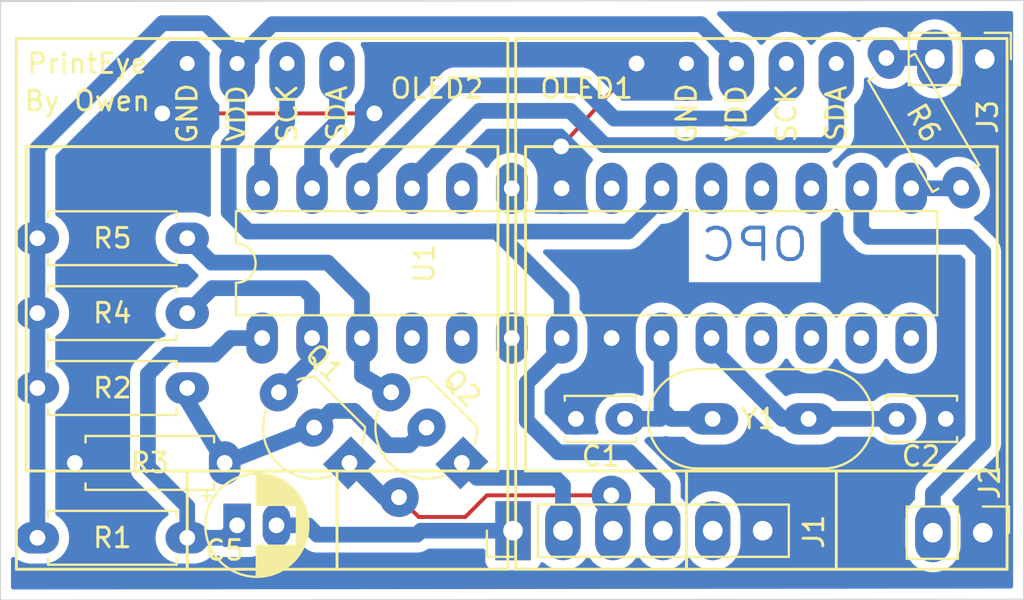
<source format=kicad_pcb>
(kicad_pcb (version 20171130) (host pcbnew 5.1.4-3.fc30)

  (general
    (thickness 1.6)
    (drawings 7)
    (tracks 135)
    (zones 0)
    (modules 18)
    (nets 19)
  )

  (page A4)
  (layers
    (0 F.Cu signal)
    (31 B.Cu signal)
    (37 F.SilkS user)
    (44 Edge.Cuts user hide)
    (45 Margin user hide)
    (46 B.CrtYd user hide)
    (47 F.CrtYd user hide)
  )

  (setup
    (last_trace_width 0.8)
    (user_trace_width 0.2)
    (trace_clearance 0.5)
    (zone_clearance 0.508)
    (zone_45_only no)
    (trace_min 0.2)
    (via_size 0.8)
    (via_drill 0.4)
    (via_min_size 0.4)
    (via_min_drill 0.3)
    (user_via 0.81 0.8)
    (uvia_size 0.3)
    (uvia_drill 0.1)
    (uvias_allowed no)
    (uvia_min_size 0.2)
    (uvia_min_drill 0.1)
    (edge_width 0.05)
    (segment_width 0.2)
    (pcb_text_width 0.3)
    (pcb_text_size 1.5 1.5)
    (mod_edge_width 0.12)
    (mod_text_size 1 1)
    (mod_text_width 0.15)
    (pad_size 2.2 1.4)
    (pad_drill 0.8)
    (pad_to_mask_clearance 0.051)
    (solder_mask_min_width 0.25)
    (aux_axis_origin 120.015 118.76)
    (grid_origin 120.015 118.76)
    (visible_elements FFFFFF7F)
    (pcbplotparams
      (layerselection 0x01020_fffffffe)
      (usegerberextensions false)
      (usegerberattributes false)
      (usegerberadvancedattributes false)
      (creategerberjobfile false)
      (excludeedgelayer true)
      (linewidth 0.100000)
      (plotframeref false)
      (viasonmask false)
      (mode 1)
      (useauxorigin true)
      (hpglpennumber 1)
      (hpglpenspeed 20)
      (hpglpendiameter 15.000000)
      (psnegative false)
      (psa4output false)
      (plotreference true)
      (plotvalue true)
      (plotinvisibletext false)
      (padsonsilk false)
      (subtractmaskfromsilk false)
      (outputformat 1)
      (mirror false)
      (drillshape 0)
      (scaleselection 1)
      (outputdirectory ""))
  )

  (net 0 "")
  (net 1 "Net-(C1-Pad2)")
  (net 2 GND)
  (net 3 "Net-(C2-Pad2)")
  (net 4 5v)
  (net 5 3v3)
  (net 6 TX)
  (net 7 RX)
  (net 8 RTS)
  (net 9 SDA1)
  (net 10 SDA2)
  (net 11 "Net-(C5-Pad1)")
  (net 12 TX-3v3)
  (net 13 RX-3v3)
  (net 14 "Net-(J2-Pad2)")
  (net 15 "Net-(J3-Pad2)")
  (net 16 "Net-(R6-Pad1)")
  (net 17 SCK1)
  (net 18 SCK2)

  (net_class Default "This is the default net class."
    (clearance 0.5)
    (trace_width 0.8)
    (via_dia 0.8)
    (via_drill 0.4)
    (uvia_dia 0.3)
    (uvia_drill 0.1)
    (add_net 3v3)
    (add_net 5v)
    (add_net GND)
    (add_net "Net-(C1-Pad2)")
    (add_net "Net-(C2-Pad2)")
    (add_net "Net-(C5-Pad1)")
    (add_net "Net-(J2-Pad2)")
    (add_net "Net-(J3-Pad2)")
    (add_net "Net-(R6-Pad1)")
    (add_net RTS)
    (add_net RX)
    (add_net RX-3v3)
    (add_net SCK1)
    (add_net SCK2)
    (add_net SDA1)
    (add_net SDA2)
    (add_net TX)
    (add_net TX-3v3)
  )

  (module Connector_PinHeader_2.54mm:PinHeader_1x06_P2.54mm_Vertical (layer F.Cu) (tedit 5D6F7CE1) (tstamp 5D1BA704)
    (at 146.115 115.21 90)
    (descr "Through hole straight pin header, 1x06, 2.54mm pitch, single row")
    (tags "Through hole pin header THT 1x06 2.54mm single row")
    (path /5D16E4E1)
    (fp_text reference J1 (at -0.05 15.3 90) (layer F.SilkS)
      (effects (font (size 1 1) (thickness 0.15)))
    )
    (fp_text value FTDI (at 0 15.03 90) (layer F.Fab)
      (effects (font (size 1 1) (thickness 0.15)))
    )
    (fp_text user %R (at 0 6.35) (layer F.Fab)
      (effects (font (size 1 1) (thickness 0.15)))
    )
    (fp_line (start 1.8 -1.8) (end -1.8 -1.8) (layer F.CrtYd) (width 0.05))
    (fp_line (start 1.8 14.5) (end 1.8 -1.8) (layer F.CrtYd) (width 0.05))
    (fp_line (start -1.8 14.5) (end 1.8 14.5) (layer F.CrtYd) (width 0.05))
    (fp_line (start -1.8 -1.8) (end -1.8 14.5) (layer F.CrtYd) (width 0.05))
    (fp_line (start -1.33 -1.33) (end 0 -1.33) (layer F.SilkS) (width 0.12))
    (fp_line (start -1.33 0) (end -1.33 -1.33) (layer F.SilkS) (width 0.12))
    (fp_line (start -1.33 1.27) (end 1.33 1.27) (layer F.SilkS) (width 0.12))
    (fp_line (start 1.33 1.27) (end 1.33 14.03) (layer F.SilkS) (width 0.12))
    (fp_line (start -1.33 1.27) (end -1.33 14.03) (layer F.SilkS) (width 0.12))
    (fp_line (start -1.33 14.03) (end 1.33 14.03) (layer F.SilkS) (width 0.12))
    (fp_line (start -1.27 -0.635) (end -0.635 -1.27) (layer F.Fab) (width 0.1))
    (fp_line (start -1.27 13.97) (end -1.27 -0.635) (layer F.Fab) (width 0.1))
    (fp_line (start 1.27 13.97) (end -1.27 13.97) (layer F.Fab) (width 0.1))
    (fp_line (start 1.27 -1.27) (end 1.27 13.97) (layer F.Fab) (width 0.1))
    (fp_line (start -0.635 -1.27) (end 1.27 -1.27) (layer F.Fab) (width 0.1))
    (pad 6 thru_hole oval (at 0 12.7 90) (size 3 1.8) (drill 1) (layers *.Cu *.Mask)
      (net 2 GND))
    (pad 5 thru_hole oval (at 0 10.16 90) (size 3 1.8) (drill 1) (layers *.Cu *.Mask))
    (pad 4 thru_hole oval (at 0 7.62 90) (size 3 1.8) (drill 1) (layers *.Cu *.Mask)
      (net 4 5v))
    (pad 3 thru_hole oval (at 0 5.08 90) (size 3 1.8) (drill 1) (layers *.Cu *.Mask)
      (net 13 RX-3v3))
    (pad 2 thru_hole oval (at 0 2.54 90) (size 3 1.8) (drill 1) (layers *.Cu *.Mask)
      (net 12 TX-3v3))
    (pad 1 thru_hole rect (at 0 0 90) (size 3 1.8) (drill 1) (layers *.Cu *.Mask)
      (net 8 RTS))
    (model ${KISYS3DMOD}/Connector_PinHeader_2.54mm.3dshapes/PinHeader_1x06_P2.54mm_Vertical.wrl
      (at (xyz 0 0 0))
      (scale (xyz 1 1 1))
      (rotate (xyz 0 0 0))
    )
  )

  (module Connector_PinHeader_2.54mm:PinHeader_1x02_P2.54mm_Vertical (layer F.Cu) (tedit 59FED5CC) (tstamp 5D6ECD85)
    (at 170.115 91.21 270)
    (descr "Through hole straight pin header, 1x02, 2.54mm pitch, single row")
    (tags "Through hole pin header THT 1x02 2.54mm single row")
    (path /5D3DE9B9)
    (fp_text reference J3 (at 2.95 -0.15 90) (layer F.SilkS)
      (effects (font (size 1 1) (thickness 0.15)))
    )
    (fp_text value "Activity LED" (at 0 4.87 90) (layer F.Fab)
      (effects (font (size 1 1) (thickness 0.15)))
    )
    (fp_text user %R (at 0 1.27) (layer F.Fab)
      (effects (font (size 1 1) (thickness 0.15)))
    )
    (fp_line (start 1.8 -1.8) (end -1.8 -1.8) (layer F.CrtYd) (width 0.05))
    (fp_line (start 1.8 4.35) (end 1.8 -1.8) (layer F.CrtYd) (width 0.05))
    (fp_line (start -1.8 4.35) (end 1.8 4.35) (layer F.CrtYd) (width 0.05))
    (fp_line (start -1.8 -1.8) (end -1.8 4.35) (layer F.CrtYd) (width 0.05))
    (fp_line (start -1.33 -1.33) (end 0 -1.33) (layer F.SilkS) (width 0.12))
    (fp_line (start -1.33 0) (end -1.33 -1.33) (layer F.SilkS) (width 0.12))
    (fp_line (start -1.33 1.27) (end 1.33 1.27) (layer F.SilkS) (width 0.12))
    (fp_line (start 1.33 1.27) (end 1.33 3.87) (layer F.SilkS) (width 0.12))
    (fp_line (start -1.33 1.27) (end -1.33 3.87) (layer F.SilkS) (width 0.12))
    (fp_line (start -1.33 3.87) (end 1.33 3.87) (layer F.SilkS) (width 0.12))
    (fp_line (start -1.27 -0.635) (end -0.635 -1.27) (layer F.Fab) (width 0.1))
    (fp_line (start -1.27 3.81) (end -1.27 -0.635) (layer F.Fab) (width 0.1))
    (fp_line (start 1.27 3.81) (end -1.27 3.81) (layer F.Fab) (width 0.1))
    (fp_line (start 1.27 -1.27) (end 1.27 3.81) (layer F.Fab) (width 0.1))
    (fp_line (start -0.635 -1.27) (end 1.27 -1.27) (layer F.Fab) (width 0.1))
    (pad 2 thru_hole oval (at 0 2.54 270) (size 3 1.8) (drill 1) (layers *.Cu *.Mask)
      (net 15 "Net-(J3-Pad2)"))
    (pad 1 thru_hole rect (at 0 0 270) (size 3 1.8) (drill 1) (layers *.Cu *.Mask)
      (net 2 GND))
    (model ${KISYS3DMOD}/Connector_PinHeader_2.54mm.3dshapes/PinHeader_1x02_P2.54mm_Vertical.wrl
      (at (xyz 0 0 0))
      (scale (xyz 1 1 1))
      (rotate (xyz 0 0 0))
    )
  )

  (module Connector_PinHeader_2.54mm:PinHeader_1x02_P2.54mm_Vertical (layer F.Cu) (tedit 5D6EA69E) (tstamp 5D6ED2DD)
    (at 170.015 115.31 270)
    (descr "Through hole straight pin header, 1x02, 2.54mm pitch, single row")
    (tags "Through hole pin header THT 1x02 2.54mm single row")
    (path /5D3DDC60)
    (fp_text reference J2 (at -2.55 -0.35 90) (layer F.SilkS)
      (effects (font (size 1 1) (thickness 0.15)))
    )
    (fp_text value "Pause Button" (at 0 4.87 90) (layer F.Fab)
      (effects (font (size 1 1) (thickness 0.15)))
    )
    (fp_text user %R (at 0 1.27) (layer F.Fab)
      (effects (font (size 1 1) (thickness 0.15)))
    )
    (fp_line (start 1.8 -1.8) (end -1.8 -1.8) (layer F.CrtYd) (width 0.05))
    (fp_line (start 1.8 4.35) (end 1.8 -1.8) (layer F.CrtYd) (width 0.05))
    (fp_line (start -1.8 4.35) (end 1.8 4.35) (layer F.CrtYd) (width 0.05))
    (fp_line (start -1.8 -1.8) (end -1.8 4.35) (layer F.CrtYd) (width 0.05))
    (fp_line (start -1.33 -1.33) (end 0 -1.33) (layer F.SilkS) (width 0.12))
    (fp_line (start -1.33 0) (end -1.33 -1.33) (layer F.SilkS) (width 0.12))
    (fp_line (start -1.33 1.27) (end 1.33 1.27) (layer F.SilkS) (width 0.12))
    (fp_line (start 1.33 1.27) (end 1.33 3.87) (layer F.SilkS) (width 0.12))
    (fp_line (start -1.33 1.27) (end -1.33 3.87) (layer F.SilkS) (width 0.12))
    (fp_line (start -1.33 3.87) (end 1.33 3.87) (layer F.SilkS) (width 0.12))
    (fp_line (start -1.27 -0.635) (end -0.635 -1.27) (layer F.Fab) (width 0.1))
    (fp_line (start -1.27 3.81) (end -1.27 -0.635) (layer F.Fab) (width 0.1))
    (fp_line (start 1.27 3.81) (end -1.27 3.81) (layer F.Fab) (width 0.1))
    (fp_line (start 1.27 -1.27) (end 1.27 3.81) (layer F.Fab) (width 0.1))
    (fp_line (start -0.635 -1.27) (end 1.27 -1.27) (layer F.Fab) (width 0.1))
    (pad 2 thru_hole oval (at 0 2.54 270) (size 3 1.8) (drill 1) (layers *.Cu *.Mask)
      (net 14 "Net-(J2-Pad2)"))
    (pad 1 thru_hole rect (at 0 0 270) (size 3 1.8) (drill 1) (layers *.Cu *.Mask)
      (net 2 GND))
    (model ${KISYS3DMOD}/Connector_PinHeader_2.54mm.3dshapes/PinHeader_1x02_P2.54mm_Vertical.wrl
      (at (xyz 0 0 0))
      (scale (xyz 1 1 1))
      (rotate (xyz 0 0 0))
    )
  )

  (module Package_TO_SOT_THT:TO-92_Inline_Wide (layer F.Cu) (tedit 5D6F835F) (tstamp 5D6F2D56)
    (at 143.51 111.76 135)
    (descr "TO-92 leads in-line, wide, drill 0.75mm (see NXP sot054_po.pdf)")
    (tags "to-92 sc-43 sc-43a sot54 PA33 transistor")
    (path /5D1C634D)
    (fp_text reference Q2 (at 2.694077 2.694077 135) (layer F.SilkS)
      (effects (font (size 1 1) (thickness 0.15)))
    )
    (fp_text value 2N7000 (at 2.54 2.79 135) (layer F.Fab)
      (effects (font (size 1 1) (thickness 0.15)))
    )
    (fp_arc (start 2.54 0) (end 4.34 1.85) (angle -20) (layer F.SilkS) (width 0.12))
    (fp_arc (start 2.54 0) (end 2.54 -2.48) (angle -135) (layer F.Fab) (width 0.1))
    (fp_arc (start 2.54 0) (end 2.54 -2.48) (angle 135) (layer F.Fab) (width 0.1))
    (fp_arc (start 2.54 0) (end 2.54 -2.6) (angle 65) (layer F.SilkS) (width 0.12))
    (fp_arc (start 2.54 0) (end 2.54 -2.6) (angle -65) (layer F.SilkS) (width 0.12))
    (fp_arc (start 2.54 0) (end 0.74 1.85) (angle 20) (layer F.SilkS) (width 0.12))
    (fp_line (start 6.09 2.01) (end -1.01 2.01) (layer F.CrtYd) (width 0.05))
    (fp_line (start 6.09 2.01) (end 6.09 -2.73) (layer F.CrtYd) (width 0.05))
    (fp_line (start -1.01 -2.73) (end -1.01 2.01) (layer F.CrtYd) (width 0.05))
    (fp_line (start -1.01 -2.73) (end 6.09 -2.73) (layer F.CrtYd) (width 0.05))
    (fp_line (start 0.8 1.75) (end 4.3 1.75) (layer F.Fab) (width 0.1))
    (fp_line (start 0.74 1.85) (end 4.34 1.85) (layer F.SilkS) (width 0.12))
    (fp_text user %R (at 2.54 -3.56 135) (layer F.Fab)
      (effects (font (size 1 1) (thickness 0.15)))
    )
    (pad 1 thru_hole rect (at 0 0 225) (size 2 1.8) (drill 0.8) (layers *.Cu *.Mask)
      (net 12 TX-3v3))
    (pad 3 thru_hole oval (at 5.08 0 225) (size 2 1.8) (drill 0.8) (layers *.Cu *.Mask)
      (net 6 TX))
    (pad 2 thru_hole oval (at 2.54 0 225) (size 2 1.8) (drill 0.8) (layers *.Cu *.Mask)
      (net 5 3v3))
    (model ${KISYS3DMOD}/Package_TO_SOT_THT.3dshapes/TO-92_Inline_Wide.wrl
      (at (xyz 0 0 0))
      (scale (xyz 1 1 1))
      (rotate (xyz 0 0 0))
    )
  )

  (module Package_TO_SOT_THT:TO-92_Inline_Wide (layer F.Cu) (tedit 5D6F834F) (tstamp 5D6EF2B5)
    (at 137.795 111.76 135)
    (descr "TO-92 leads in-line, wide, drill 0.75mm (see NXP sot054_po.pdf)")
    (tags "to-92 sc-43 sc-43a sot54 PA33 transistor")
    (path /5D1C5646)
    (fp_text reference Q1 (at 4.490128 2.694077 135) (layer F.SilkS)
      (effects (font (size 1 1) (thickness 0.15)))
    )
    (fp_text value 2N7000 (at 2.54 2.79 135) (layer F.Fab)
      (effects (font (size 1 1) (thickness 0.15)))
    )
    (fp_arc (start 2.54 0) (end 4.34 1.85) (angle -20) (layer F.SilkS) (width 0.12))
    (fp_arc (start 2.54 0) (end 2.54 -2.48) (angle -135) (layer F.Fab) (width 0.1))
    (fp_arc (start 2.54 0) (end 2.54 -2.48) (angle 135) (layer F.Fab) (width 0.1))
    (fp_arc (start 2.54 0) (end 2.54 -2.6) (angle 65) (layer F.SilkS) (width 0.12))
    (fp_arc (start 2.54 0) (end 2.54 -2.6) (angle -65) (layer F.SilkS) (width 0.12))
    (fp_arc (start 2.54 0) (end 0.74 1.85) (angle 20) (layer F.SilkS) (width 0.12))
    (fp_line (start 6.09 2.01) (end -1.01 2.01) (layer F.CrtYd) (width 0.05))
    (fp_line (start 6.09 2.01) (end 6.09 -2.73) (layer F.CrtYd) (width 0.05))
    (fp_line (start -1.01 -2.73) (end -1.01 2.01) (layer F.CrtYd) (width 0.05))
    (fp_line (start -1.01 -2.73) (end 6.09 -2.73) (layer F.CrtYd) (width 0.05))
    (fp_line (start 0.8 1.75) (end 4.3 1.75) (layer F.Fab) (width 0.1))
    (fp_line (start 0.74 1.85) (end 4.34 1.85) (layer F.SilkS) (width 0.12))
    (fp_text user %R (at 2.54 -3.56 135) (layer F.Fab)
      (effects (font (size 1 1) (thickness 0.15)))
    )
    (pad 1 thru_hole rect (at 0 0 225) (size 2 1.8) (drill 0.8) (layers *.Cu *.Mask)
      (net 13 RX-3v3))
    (pad 3 thru_hole oval (at 5.079999 0 225) (size 2 1.8) (drill 0.8) (layers *.Cu *.Mask)
      (net 7 RX))
    (pad 2 thru_hole oval (at 2.54 0 225) (size 2 1.8) (drill 0.8) (layers *.Cu *.Mask)
      (net 5 3v3))
    (model ${KISYS3DMOD}/Package_TO_SOT_THT.3dshapes/TO-92_Inline_Wide.wrl
      (at (xyz 0 0 0))
      (scale (xyz 1 1 1))
      (rotate (xyz 0 0 0))
    )
  )

  (module PrintEyeHardware:SSD1315-I2C-OLED (layer F.Cu) (tedit 5D6F7E7E) (tstamp 5D6EF10C)
    (at 133.35 90.17 180)
    (path /5C548570)
    (fp_text reference OLED2 (at -8.89 -2.54) (layer F.SilkS)
      (effects (font (size 1 1) (thickness 0.15)))
    )
    (fp_text value SSD1315_I2C_OLED (at 0 -16.51) (layer F.Fab)
      (effects (font (size 1 1) (thickness 0.15)))
    )
    (fp_text user SDA (at -3.81 -3.81 90) (layer F.SilkS)
      (effects (font (size 1 1) (thickness 0.15)))
    )
    (fp_text user SCK (at -1.27 -3.81 90) (layer F.SilkS)
      (effects (font (size 1 1) (thickness 0.15)))
    )
    (fp_text user VDD (at 1.27 -3.81 270) (layer F.SilkS)
      (effects (font (size 1 1) (thickness 0.15)))
    )
    (fp_text user GND (at 3.81 -3.81 90) (layer F.SilkS)
      (effects (font (size 1 1) (thickness 0.15)))
    )
    (fp_line (start 3.81 -22) (end 3.81 -27) (layer F.SilkS) (width 0.15))
    (fp_line (start -3.81 -22) (end -3.81 -27) (layer F.SilkS) (width 0.15))
    (fp_line (start -12 -22) (end -12 -5.5) (layer F.SilkS) (width 0.15))
    (fp_line (start 12 -22) (end -12 -22) (layer F.SilkS) (width 0.15))
    (fp_line (start 12 -5.5) (end 12 -22) (layer F.SilkS) (width 0.15))
    (fp_line (start -12 -5.5) (end 12 -5.5) (layer F.SilkS) (width 0.15))
    (fp_line (start 12.5 -27) (end -12.5 -27) (layer F.SilkS) (width 0.15))
    (fp_line (start 12.5 0) (end 12.5 -27) (layer F.SilkS) (width 0.15))
    (fp_line (start -12.5 0) (end 12.5 0) (layer F.SilkS) (width 0.15))
    (fp_line (start -12.5 -27) (end -12.5 0) (layer F.SilkS) (width 0.15))
    (pad 4 thru_hole oval (at -3.81 -1.27) (size 1.8 3) (drill 0.762 (offset 0 0.4)) (layers *.Cu *.Mask)
      (net 10 SDA2))
    (pad 3 thru_hole oval (at -1.27 -1.27) (size 1.8 3) (drill 0.762 (offset 0 0.4)) (layers *.Cu *.Mask)
      (net 18 SCK2))
    (pad 2 thru_hole oval (at 1.27 -1.27) (size 1.8 3) (drill 0.762 (offset 0 0.4)) (layers *.Cu *.Mask)
      (net 4 5v))
    (pad 1 thru_hole oval (at 3.81 -1.27) (size 1.8 3) (drill 0.762 (offset 0 0.4)) (layers *.Cu *.Mask)
      (net 2 GND))
  )

  (module PrintEyeHardware:SSD1315-I2C-OLED (layer F.Cu) (tedit 5D6E56BC) (tstamp 5D6EF8AF)
    (at 158.75 90.17 180)
    (path /5D168B9C)
    (fp_text reference OLED1 (at 8.89 -2.54) (layer F.SilkS)
      (effects (font (size 1 1) (thickness 0.15)))
    )
    (fp_text value SSD1315_I2C_OLED (at 0 -16.51) (layer F.Fab)
      (effects (font (size 1 1) (thickness 0.15)))
    )
    (fp_text user SDA (at -3.81 -3.81 90) (layer F.SilkS)
      (effects (font (size 1 1) (thickness 0.15)))
    )
    (fp_text user SCK (at -1.27 -3.81 90) (layer F.SilkS)
      (effects (font (size 1 1) (thickness 0.15)))
    )
    (fp_text user VDD (at 1.27 -3.81 270) (layer F.SilkS)
      (effects (font (size 1 1) (thickness 0.15)))
    )
    (fp_text user GND (at 3.81 -3.81 90) (layer F.SilkS)
      (effects (font (size 1 1) (thickness 0.15)))
    )
    (fp_line (start 3.81 -22) (end 3.81 -27) (layer F.SilkS) (width 0.15))
    (fp_line (start -3.81 -22) (end -3.81 -27) (layer F.SilkS) (width 0.15))
    (fp_line (start -12 -22) (end -12 -5.5) (layer F.SilkS) (width 0.15))
    (fp_line (start 12 -22) (end -12 -22) (layer F.SilkS) (width 0.15))
    (fp_line (start 12 -5.5) (end 12 -22) (layer F.SilkS) (width 0.15))
    (fp_line (start -12 -5.5) (end 12 -5.5) (layer F.SilkS) (width 0.15))
    (fp_line (start 12.5 -27) (end -12.5 -27) (layer F.SilkS) (width 0.15))
    (fp_line (start 12.5 0) (end 12.5 -27) (layer F.SilkS) (width 0.15))
    (fp_line (start -12.5 0) (end 12.5 0) (layer F.SilkS) (width 0.15))
    (fp_line (start -12.5 -27) (end -12.5 0) (layer F.SilkS) (width 0.15))
    (pad 4 thru_hole oval (at -3.81 -1.27) (size 1.8 3) (drill 0.762 (offset 0 0.4)) (layers *.Cu *.Mask)
      (net 9 SDA1))
    (pad 3 thru_hole oval (at -1.27 -1.27) (size 1.8 3) (drill 0.762 (offset 0 0.4)) (layers *.Cu *.Mask)
      (net 17 SCK1))
    (pad 2 thru_hole oval (at 1.27 -1.27) (size 1.8 3) (drill 0.762 (offset 0 0.4)) (layers *.Cu *.Mask)
      (net 4 5v))
    (pad 1 thru_hole oval (at 3.81 -1.27) (size 1.8 3) (drill 0.762 (offset 0 0.4)) (layers *.Cu *.Mask)
      (net 2 GND))
  )

  (module Crystal:Crystal_HC49-4H_Vertical (layer F.Cu) (tedit 5A1AD3B7) (tstamp 5D6EC69A)
    (at 161.15 109.52 180)
    (descr "Crystal THT HC-49-4H http://5hertz.com/pdfs/04404_D.pdf")
    (tags "THT crystalHC-49-4H")
    (path /5D1C6EA4)
    (fp_text reference Y1 (at 2.54 0) (layer F.SilkS)
      (effects (font (size 1 1) (thickness 0.15)))
    )
    (fp_text value 16MHz (at 2.45 3.525) (layer F.Fab)
      (effects (font (size 1 1) (thickness 0.15)))
    )
    (fp_arc (start 5.64 0) (end 5.64 -2.525) (angle 180) (layer F.SilkS) (width 0.12))
    (fp_arc (start -0.76 0) (end -0.76 -2.525) (angle -180) (layer F.SilkS) (width 0.12))
    (fp_arc (start 5.44 0) (end 5.44 -2) (angle 180) (layer F.Fab) (width 0.1))
    (fp_arc (start -0.56 0) (end -0.56 -2) (angle -180) (layer F.Fab) (width 0.1))
    (fp_arc (start 5.64 0) (end 5.64 -2.325) (angle 180) (layer F.Fab) (width 0.1))
    (fp_arc (start -0.76 0) (end -0.76 -2.325) (angle -180) (layer F.Fab) (width 0.1))
    (fp_line (start 8.5 -2.8) (end -3.6 -2.8) (layer F.CrtYd) (width 0.05))
    (fp_line (start 8.5 2.8) (end 8.5 -2.8) (layer F.CrtYd) (width 0.05))
    (fp_line (start -3.6 2.8) (end 8.5 2.8) (layer F.CrtYd) (width 0.05))
    (fp_line (start -3.6 -2.8) (end -3.6 2.8) (layer F.CrtYd) (width 0.05))
    (fp_line (start -0.76 2.525) (end 5.64 2.525) (layer F.SilkS) (width 0.12))
    (fp_line (start -0.76 -2.525) (end 5.64 -2.525) (layer F.SilkS) (width 0.12))
    (fp_line (start -0.56 2) (end 5.44 2) (layer F.Fab) (width 0.1))
    (fp_line (start -0.56 -2) (end 5.44 -2) (layer F.Fab) (width 0.1))
    (fp_line (start -0.76 2.325) (end 5.64 2.325) (layer F.Fab) (width 0.1))
    (fp_line (start -0.76 -2.325) (end 5.64 -2.325) (layer F.Fab) (width 0.1))
    (fp_text user %R (at 2.45 0) (layer F.Fab)
      (effects (font (size 1 1) (thickness 0.15)))
    )
    (pad 2 thru_hole oval (at 4.88 0 180) (size 2.6 1.6) (drill 0.8) (layers *.Cu *.Mask)
      (net 1 "Net-(C1-Pad2)"))
    (pad 1 thru_hole oval (at 0 0 180) (size 2.6 1.6) (drill 0.8) (layers *.Cu *.Mask)
      (net 3 "Net-(C2-Pad2)"))
    (model ${KISYS3DMOD}/Crystal.3dshapes/Crystal_HC49-4H_Vertical.wrl
      (at (xyz 0 0 0))
      (scale (xyz 1 1 1))
      (rotate (xyz 0 0 0))
    )
  )

  (module Resistor_THT:R_Axial_DIN0207_L6.3mm_D2.5mm_P7.62mm_Horizontal (layer F.Cu) (tedit 5D6E8643) (tstamp 5D6EF596)
    (at 168.915 97.76 120)
    (descr "Resistor, Axial_DIN0207 series, Axial, Horizontal, pin pitch=7.62mm, 0.25W = 1/4W, length*diameter=6.3*2.5mm^2, http://cdn-reichelt.de/documents/datenblatt/B400/1_4W%23YAG.pdf")
    (tags "Resistor Axial_DIN0207 series Axial Horizontal pin pitch 7.62mm 0.25W = 1/4W length 6.3mm diameter 2.5mm")
    (path /5D3F4318)
    (fp_text reference R6 (at 3.81 0 120) (layer F.SilkS)
      (effects (font (size 1 1) (thickness 0.15)))
    )
    (fp_text value 120R (at 3.81 2.37 120) (layer F.Fab)
      (effects (font (size 1 1) (thickness 0.15)))
    )
    (fp_text user %R (at 3.81 0 120) (layer F.Fab)
      (effects (font (size 1 1) (thickness 0.15)))
    )
    (fp_line (start 8.67 -1.5) (end -1.05 -1.5) (layer F.CrtYd) (width 0.05))
    (fp_line (start 8.67 1.5) (end 8.67 -1.5) (layer F.CrtYd) (width 0.05))
    (fp_line (start -1.05 1.5) (end 8.67 1.5) (layer F.CrtYd) (width 0.05))
    (fp_line (start -1.05 -1.5) (end -1.05 1.5) (layer F.CrtYd) (width 0.05))
    (fp_line (start 7.08 1.37) (end 7.08 1.04) (layer F.SilkS) (width 0.12))
    (fp_line (start 0.54 1.37) (end 7.08 1.37) (layer F.SilkS) (width 0.12))
    (fp_line (start 0.54 1.04) (end 0.54 1.37) (layer F.SilkS) (width 0.12))
    (fp_line (start 7.08 -1.37) (end 7.08 -1.04) (layer F.SilkS) (width 0.12))
    (fp_line (start 0.54 -1.37) (end 7.08 -1.37) (layer F.SilkS) (width 0.12))
    (fp_line (start 0.54 -1.04) (end 0.54 -1.37) (layer F.SilkS) (width 0.12))
    (fp_line (start 7.62 0) (end 6.96 0) (layer F.Fab) (width 0.1))
    (fp_line (start 0 0) (end 0.66 0) (layer F.Fab) (width 0.1))
    (fp_line (start 6.96 -1.25) (end 0.66 -1.25) (layer F.Fab) (width 0.1))
    (fp_line (start 6.96 1.25) (end 6.96 -1.25) (layer F.Fab) (width 0.1))
    (fp_line (start 0.66 1.25) (end 6.96 1.25) (layer F.Fab) (width 0.1))
    (fp_line (start 0.66 -1.25) (end 0.66 1.25) (layer F.Fab) (width 0.1))
    (pad 2 thru_hole oval (at 7.62 0 210) (size 1.6 2.2) (drill 0.8) (layers *.Cu *.Mask)
      (net 15 "Net-(J3-Pad2)"))
    (pad 1 thru_hole oval (at 0 0 210) (size 1.6 2.2) (drill 0.8) (layers *.Cu *.Mask)
      (net 16 "Net-(R6-Pad1)"))
    (model ${KISYS3DMOD}/Resistor_THT.3dshapes/R_Axial_DIN0207_L6.3mm_D2.5mm_P7.62mm_Horizontal.wrl
      (at (xyz 0 0 0))
      (scale (xyz 1 1 1))
      (rotate (xyz 0 0 0))
    )
  )

  (module Resistor_THT:R_Axial_DIN0207_L6.3mm_D2.5mm_P7.62mm_Horizontal (layer F.Cu) (tedit 5D6F317B) (tstamp 5D1B54B4)
    (at 121.92 100.33)
    (descr "Resistor, Axial_DIN0207 series, Axial, Horizontal, pin pitch=7.62mm, 0.25W = 1/4W, length*diameter=6.3*2.5mm^2, http://cdn-reichelt.de/documents/datenblatt/B400/1_4W%23YAG.pdf")
    (tags "Resistor Axial_DIN0207 series Axial Horizontal pin pitch 7.62mm 0.25W = 1/4W length 6.3mm diameter 2.5mm")
    (path /5D1C4EA1)
    (fp_text reference R5 (at 3.81 0) (layer F.SilkS)
      (effects (font (size 1 1) (thickness 0.15)))
    )
    (fp_text value 10K (at 3.81 2.37) (layer F.Fab)
      (effects (font (size 1 1) (thickness 0.15)))
    )
    (fp_text user %R (at 3.81 0 180) (layer F.Fab)
      (effects (font (size 1 1) (thickness 0.15)))
    )
    (fp_line (start 8.67 -1.5) (end -1.05 -1.5) (layer F.CrtYd) (width 0.05))
    (fp_line (start 8.67 1.5) (end 8.67 -1.5) (layer F.CrtYd) (width 0.05))
    (fp_line (start -1.05 1.5) (end 8.67 1.5) (layer F.CrtYd) (width 0.05))
    (fp_line (start -1.05 -1.5) (end -1.05 1.5) (layer F.CrtYd) (width 0.05))
    (fp_line (start 7.08 1.37) (end 7.08 1.04) (layer F.SilkS) (width 0.12))
    (fp_line (start 0.54 1.37) (end 7.08 1.37) (layer F.SilkS) (width 0.12))
    (fp_line (start 0.54 1.04) (end 0.54 1.37) (layer F.SilkS) (width 0.12))
    (fp_line (start 7.08 -1.37) (end 7.08 -1.04) (layer F.SilkS) (width 0.12))
    (fp_line (start 0.54 -1.37) (end 7.08 -1.37) (layer F.SilkS) (width 0.12))
    (fp_line (start 0.54 -1.04) (end 0.54 -1.37) (layer F.SilkS) (width 0.12))
    (fp_line (start 7.62 0) (end 6.96 0) (layer F.Fab) (width 0.1))
    (fp_line (start 0 0) (end 0.66 0) (layer F.Fab) (width 0.1))
    (fp_line (start 6.96 -1.25) (end 0.66 -1.25) (layer F.Fab) (width 0.1))
    (fp_line (start 6.96 1.25) (end 6.96 -1.25) (layer F.Fab) (width 0.1))
    (fp_line (start 0.66 1.25) (end 6.96 1.25) (layer F.Fab) (width 0.1))
    (fp_line (start 0.66 -1.25) (end 0.66 1.25) (layer F.Fab) (width 0.1))
    (pad 2 thru_hole oval (at 7.62 0) (size 2.2 1.6) (drill 0.8) (layers *.Cu *.Mask)
      (net 6 TX))
    (pad 1 thru_hole oval (at 0 0) (size 2.2 1.6) (drill 0.8) (layers *.Cu *.Mask)
      (net 4 5v))
    (model ${KISYS3DMOD}/Resistor_THT.3dshapes/R_Axial_DIN0207_L6.3mm_D2.5mm_P7.62mm_Horizontal.wrl
      (at (xyz 0 0 0))
      (scale (xyz 1 1 1))
      (rotate (xyz 0 0 0))
    )
  )

  (module Resistor_THT:R_Axial_DIN0207_L6.3mm_D2.5mm_P7.62mm_Horizontal (layer F.Cu) (tedit 5AE5139B) (tstamp 5D1BA7B5)
    (at 121.92 104.14)
    (descr "Resistor, Axial_DIN0207 series, Axial, Horizontal, pin pitch=7.62mm, 0.25W = 1/4W, length*diameter=6.3*2.5mm^2, http://cdn-reichelt.de/documents/datenblatt/B400/1_4W%23YAG.pdf")
    (tags "Resistor Axial_DIN0207 series Axial Horizontal pin pitch 7.62mm 0.25W = 1/4W length 6.3mm diameter 2.5mm")
    (path /5D1C4985)
    (fp_text reference R4 (at 3.81 0) (layer F.SilkS)
      (effects (font (size 1 1) (thickness 0.15)))
    )
    (fp_text value 10K (at 3.81 2.37) (layer F.Fab)
      (effects (font (size 1 1) (thickness 0.15)))
    )
    (fp_text user %R (at 3.81 0) (layer F.Fab)
      (effects (font (size 1 1) (thickness 0.15)))
    )
    (fp_line (start 8.67 -1.5) (end -1.05 -1.5) (layer F.CrtYd) (width 0.05))
    (fp_line (start 8.67 1.5) (end 8.67 -1.5) (layer F.CrtYd) (width 0.05))
    (fp_line (start -1.05 1.5) (end 8.67 1.5) (layer F.CrtYd) (width 0.05))
    (fp_line (start -1.05 -1.5) (end -1.05 1.5) (layer F.CrtYd) (width 0.05))
    (fp_line (start 7.08 1.37) (end 7.08 1.04) (layer F.SilkS) (width 0.12))
    (fp_line (start 0.54 1.37) (end 7.08 1.37) (layer F.SilkS) (width 0.12))
    (fp_line (start 0.54 1.04) (end 0.54 1.37) (layer F.SilkS) (width 0.12))
    (fp_line (start 7.08 -1.37) (end 7.08 -1.04) (layer F.SilkS) (width 0.12))
    (fp_line (start 0.54 -1.37) (end 7.08 -1.37) (layer F.SilkS) (width 0.12))
    (fp_line (start 0.54 -1.04) (end 0.54 -1.37) (layer F.SilkS) (width 0.12))
    (fp_line (start 7.62 0) (end 6.96 0) (layer F.Fab) (width 0.1))
    (fp_line (start 0 0) (end 0.66 0) (layer F.Fab) (width 0.1))
    (fp_line (start 6.96 -1.25) (end 0.66 -1.25) (layer F.Fab) (width 0.1))
    (fp_line (start 6.96 1.25) (end 6.96 -1.25) (layer F.Fab) (width 0.1))
    (fp_line (start 0.66 1.25) (end 6.96 1.25) (layer F.Fab) (width 0.1))
    (fp_line (start 0.66 -1.25) (end 0.66 1.25) (layer F.Fab) (width 0.1))
    (pad 2 thru_hole oval (at 7.62 0) (size 2.2 1.6) (drill 0.8) (layers *.Cu *.Mask)
      (net 7 RX))
    (pad 1 thru_hole oval (at 0 0) (size 2.2 1.6) (drill 0.8) (layers *.Cu *.Mask)
      (net 4 5v))
    (model ${KISYS3DMOD}/Resistor_THT.3dshapes/R_Axial_DIN0207_L6.3mm_D2.5mm_P7.62mm_Horizontal.wrl
      (at (xyz 0 0 0))
      (scale (xyz 1 1 1))
      (rotate (xyz 0 0 0))
    )
  )

  (module Resistor_THT:R_Axial_DIN0207_L6.3mm_D2.5mm_P7.62mm_Horizontal (layer F.Cu) (tedit 5AE5139B) (tstamp 5D6EFF54)
    (at 131.445 111.76 180)
    (descr "Resistor, Axial_DIN0207 series, Axial, Horizontal, pin pitch=7.62mm, 0.25W = 1/4W, length*diameter=6.3*2.5mm^2, http://cdn-reichelt.de/documents/datenblatt/B400/1_4W%23YAG.pdf")
    (tags "Resistor Axial_DIN0207 series Axial Horizontal pin pitch 7.62mm 0.25W = 1/4W length 6.3mm diameter 2.5mm")
    (path /5D1C4212)
    (fp_text reference R3 (at 3.81 0) (layer F.SilkS)
      (effects (font (size 1 1) (thickness 0.15)))
    )
    (fp_text value 10K (at 3.81 2.37) (layer F.Fab)
      (effects (font (size 1 1) (thickness 0.15)))
    )
    (fp_text user %R (at 3.81 0) (layer F.Fab)
      (effects (font (size 1 1) (thickness 0.15)))
    )
    (fp_line (start 8.67 -1.5) (end -1.05 -1.5) (layer F.CrtYd) (width 0.05))
    (fp_line (start 8.67 1.5) (end 8.67 -1.5) (layer F.CrtYd) (width 0.05))
    (fp_line (start -1.05 1.5) (end 8.67 1.5) (layer F.CrtYd) (width 0.05))
    (fp_line (start -1.05 -1.5) (end -1.05 1.5) (layer F.CrtYd) (width 0.05))
    (fp_line (start 7.08 1.37) (end 7.08 1.04) (layer F.SilkS) (width 0.12))
    (fp_line (start 0.54 1.37) (end 7.08 1.37) (layer F.SilkS) (width 0.12))
    (fp_line (start 0.54 1.04) (end 0.54 1.37) (layer F.SilkS) (width 0.12))
    (fp_line (start 7.08 -1.37) (end 7.08 -1.04) (layer F.SilkS) (width 0.12))
    (fp_line (start 0.54 -1.37) (end 7.08 -1.37) (layer F.SilkS) (width 0.12))
    (fp_line (start 0.54 -1.04) (end 0.54 -1.37) (layer F.SilkS) (width 0.12))
    (fp_line (start 7.62 0) (end 6.96 0) (layer F.Fab) (width 0.1))
    (fp_line (start 0 0) (end 0.66 0) (layer F.Fab) (width 0.1))
    (fp_line (start 6.96 -1.25) (end 0.66 -1.25) (layer F.Fab) (width 0.1))
    (fp_line (start 6.96 1.25) (end 6.96 -1.25) (layer F.Fab) (width 0.1))
    (fp_line (start 0.66 1.25) (end 6.96 1.25) (layer F.Fab) (width 0.1))
    (fp_line (start 0.66 -1.25) (end 0.66 1.25) (layer F.Fab) (width 0.1))
    (pad 2 thru_hole oval (at 7.62 0 180) (size 1.6 2.2) (drill 0.8) (layers *.Cu *.Mask)
      (net 2 GND))
    (pad 1 thru_hole oval (at 0 0 180) (size 1.6 2.2) (drill 0.8) (layers *.Cu *.Mask)
      (net 5 3v3))
    (model ${KISYS3DMOD}/Resistor_THT.3dshapes/R_Axial_DIN0207_L6.3mm_D2.5mm_P7.62mm_Horizontal.wrl
      (at (xyz 0 0 0))
      (scale (xyz 1 1 1))
      (rotate (xyz 0 0 0))
    )
  )

  (module Resistor_THT:R_Axial_DIN0207_L6.3mm_D2.5mm_P7.62mm_Horizontal (layer F.Cu) (tedit 5AE5139B) (tstamp 5D1B546F)
    (at 121.92 107.95)
    (descr "Resistor, Axial_DIN0207 series, Axial, Horizontal, pin pitch=7.62mm, 0.25W = 1/4W, length*diameter=6.3*2.5mm^2, http://cdn-reichelt.de/documents/datenblatt/B400/1_4W%23YAG.pdf")
    (tags "Resistor Axial_DIN0207 series Axial Horizontal pin pitch 7.62mm 0.25W = 1/4W length 6.3mm diameter 2.5mm")
    (path /5D1C3CA2)
    (fp_text reference R2 (at 3.81 0) (layer F.SilkS)
      (effects (font (size 1 1) (thickness 0.15)))
    )
    (fp_text value 4K7 (at 3.81 2.37) (layer F.Fab)
      (effects (font (size 1 1) (thickness 0.15)))
    )
    (fp_text user %R (at 3.81 0) (layer F.Fab)
      (effects (font (size 1 1) (thickness 0.15)))
    )
    (fp_line (start 8.67 -1.5) (end -1.05 -1.5) (layer F.CrtYd) (width 0.05))
    (fp_line (start 8.67 1.5) (end 8.67 -1.5) (layer F.CrtYd) (width 0.05))
    (fp_line (start -1.05 1.5) (end 8.67 1.5) (layer F.CrtYd) (width 0.05))
    (fp_line (start -1.05 -1.5) (end -1.05 1.5) (layer F.CrtYd) (width 0.05))
    (fp_line (start 7.08 1.37) (end 7.08 1.04) (layer F.SilkS) (width 0.12))
    (fp_line (start 0.54 1.37) (end 7.08 1.37) (layer F.SilkS) (width 0.12))
    (fp_line (start 0.54 1.04) (end 0.54 1.37) (layer F.SilkS) (width 0.12))
    (fp_line (start 7.08 -1.37) (end 7.08 -1.04) (layer F.SilkS) (width 0.12))
    (fp_line (start 0.54 -1.37) (end 7.08 -1.37) (layer F.SilkS) (width 0.12))
    (fp_line (start 0.54 -1.04) (end 0.54 -1.37) (layer F.SilkS) (width 0.12))
    (fp_line (start 7.62 0) (end 6.96 0) (layer F.Fab) (width 0.1))
    (fp_line (start 0 0) (end 0.66 0) (layer F.Fab) (width 0.1))
    (fp_line (start 6.96 -1.25) (end 0.66 -1.25) (layer F.Fab) (width 0.1))
    (fp_line (start 6.96 1.25) (end 6.96 -1.25) (layer F.Fab) (width 0.1))
    (fp_line (start 0.66 1.25) (end 6.96 1.25) (layer F.Fab) (width 0.1))
    (fp_line (start 0.66 -1.25) (end 0.66 1.25) (layer F.Fab) (width 0.1))
    (pad 2 thru_hole oval (at 7.62 0) (size 2.2 1.6) (drill 0.8) (layers *.Cu *.Mask)
      (net 5 3v3))
    (pad 1 thru_hole oval (at 0 0) (size 2.2 1.6) (drill 0.8) (layers *.Cu *.Mask)
      (net 4 5v))
    (model ${KISYS3DMOD}/Resistor_THT.3dshapes/R_Axial_DIN0207_L6.3mm_D2.5mm_P7.62mm_Horizontal.wrl
      (at (xyz 0 0 0))
      (scale (xyz 1 1 1))
      (rotate (xyz 0 0 0))
    )
  )

  (module Resistor_THT:R_Axial_DIN0207_L6.3mm_D2.5mm_P7.62mm_Horizontal (layer F.Cu) (tedit 5D6E84B6) (tstamp 5D1B5C9A)
    (at 129.54 115.57 180)
    (descr "Resistor, Axial_DIN0207 series, Axial, Horizontal, pin pitch=7.62mm, 0.25W = 1/4W, length*diameter=6.3*2.5mm^2, http://cdn-reichelt.de/documents/datenblatt/B400/1_4W%23YAG.pdf")
    (tags "Resistor Axial_DIN0207 series Axial Horizontal pin pitch 7.62mm 0.25W = 1/4W length 6.3mm diameter 2.5mm")
    (path /5D3DEC57)
    (fp_text reference R1 (at 3.81 0) (layer F.SilkS)
      (effects (font (size 1 1) (thickness 0.15)))
    )
    (fp_text value 10K (at 3.81 2.37) (layer F.Fab)
      (effects (font (size 1 1) (thickness 0.15)))
    )
    (fp_text user %R (at 3.81 0) (layer F.Fab)
      (effects (font (size 1 1) (thickness 0.15)))
    )
    (fp_line (start 8.67 -1.5) (end -1.05 -1.5) (layer F.CrtYd) (width 0.05))
    (fp_line (start 8.67 1.5) (end 8.67 -1.5) (layer F.CrtYd) (width 0.05))
    (fp_line (start -1.05 1.5) (end 8.67 1.5) (layer F.CrtYd) (width 0.05))
    (fp_line (start -1.05 -1.5) (end -1.05 1.5) (layer F.CrtYd) (width 0.05))
    (fp_line (start 7.08 1.37) (end 7.08 1.04) (layer F.SilkS) (width 0.12))
    (fp_line (start 0.54 1.37) (end 7.08 1.37) (layer F.SilkS) (width 0.12))
    (fp_line (start 0.54 1.04) (end 0.54 1.37) (layer F.SilkS) (width 0.12))
    (fp_line (start 7.08 -1.37) (end 7.08 -1.04) (layer F.SilkS) (width 0.12))
    (fp_line (start 0.54 -1.37) (end 7.08 -1.37) (layer F.SilkS) (width 0.12))
    (fp_line (start 0.54 -1.04) (end 0.54 -1.37) (layer F.SilkS) (width 0.12))
    (fp_line (start 7.62 0) (end 6.96 0) (layer F.Fab) (width 0.1))
    (fp_line (start 0 0) (end 0.66 0) (layer F.Fab) (width 0.1))
    (fp_line (start 6.96 -1.25) (end 0.66 -1.25) (layer F.Fab) (width 0.1))
    (fp_line (start 6.96 1.25) (end 6.96 -1.25) (layer F.Fab) (width 0.1))
    (fp_line (start 0.66 1.25) (end 6.96 1.25) (layer F.Fab) (width 0.1))
    (fp_line (start 0.66 -1.25) (end 0.66 1.25) (layer F.Fab) (width 0.1))
    (pad 2 thru_hole oval (at 7.62 0 180) (size 2.2 1.6) (drill 0.8) (layers *.Cu *.Mask)
      (net 4 5v))
    (pad 1 thru_hole oval (at 0 0 270) (size 1.6 2.2) (drill 0.8) (layers *.Cu *.Mask)
      (net 11 "Net-(C5-Pad1)"))
    (model ${KISYS3DMOD}/Resistor_THT.3dshapes/R_Axial_DIN0207_L6.3mm_D2.5mm_P7.62mm_Horizontal.wrl
      (at (xyz 0 0 0))
      (scale (xyz 1 1 1))
      (rotate (xyz 0 0 0))
    )
  )

  (module Capacitor_THT:CP_Radial_D5.0mm_P2.00mm (layer F.Cu) (tedit 5D7029E4) (tstamp 5D1B535D)
    (at 132.08 114.935)
    (descr "CP, Radial series, Radial, pin pitch=2.00mm, , diameter=5mm, Electrolytic Capacitor")
    (tags "CP Radial series Radial pin pitch 2.00mm  diameter 5mm Electrolytic Capacitor")
    (path /5D3BA784)
    (fp_text reference C5 (at -0.635 1.27) (layer F.SilkS)
      (effects (font (size 1 1) (thickness 0.15)))
    )
    (fp_text value 100nF (at 1 3.75) (layer F.Fab)
      (effects (font (size 1 1) (thickness 0.15)))
    )
    (fp_text user %R (at 1 0) (layer F.Fab)
      (effects (font (size 1 1) (thickness 0.15)))
    )
    (fp_line (start -1.554775 -1.725) (end -1.554775 -1.225) (layer F.SilkS) (width 0.12))
    (fp_line (start -1.804775 -1.475) (end -1.304775 -1.475) (layer F.SilkS) (width 0.12))
    (fp_line (start 3.601 -0.284) (end 3.601 0.284) (layer F.SilkS) (width 0.12))
    (fp_line (start 3.561 -0.518) (end 3.561 0.518) (layer F.SilkS) (width 0.12))
    (fp_line (start 3.521 -0.677) (end 3.521 0.677) (layer F.SilkS) (width 0.12))
    (fp_line (start 3.481 -0.805) (end 3.481 0.805) (layer F.SilkS) (width 0.12))
    (fp_line (start 3.441 -0.915) (end 3.441 0.915) (layer F.SilkS) (width 0.12))
    (fp_line (start 3.401 -1.011) (end 3.401 1.011) (layer F.SilkS) (width 0.12))
    (fp_line (start 3.361 -1.098) (end 3.361 1.098) (layer F.SilkS) (width 0.12))
    (fp_line (start 3.321 -1.178) (end 3.321 1.178) (layer F.SilkS) (width 0.12))
    (fp_line (start 3.281 -1.251) (end 3.281 1.251) (layer F.SilkS) (width 0.12))
    (fp_line (start 3.241 -1.319) (end 3.241 1.319) (layer F.SilkS) (width 0.12))
    (fp_line (start 3.201 -1.383) (end 3.201 1.383) (layer F.SilkS) (width 0.12))
    (fp_line (start 3.161 -1.443) (end 3.161 1.443) (layer F.SilkS) (width 0.12))
    (fp_line (start 3.121 -1.5) (end 3.121 1.5) (layer F.SilkS) (width 0.12))
    (fp_line (start 3.081 -1.554) (end 3.081 1.554) (layer F.SilkS) (width 0.12))
    (fp_line (start 3.041 -1.605) (end 3.041 1.605) (layer F.SilkS) (width 0.12))
    (fp_line (start 3.001 1.04) (end 3.001 1.653) (layer F.SilkS) (width 0.12))
    (fp_line (start 3.001 -1.653) (end 3.001 -1.04) (layer F.SilkS) (width 0.12))
    (fp_line (start 2.961 1.04) (end 2.961 1.699) (layer F.SilkS) (width 0.12))
    (fp_line (start 2.961 -1.699) (end 2.961 -1.04) (layer F.SilkS) (width 0.12))
    (fp_line (start 2.921 1.04) (end 2.921 1.743) (layer F.SilkS) (width 0.12))
    (fp_line (start 2.921 -1.743) (end 2.921 -1.04) (layer F.SilkS) (width 0.12))
    (fp_line (start 2.881 1.04) (end 2.881 1.785) (layer F.SilkS) (width 0.12))
    (fp_line (start 2.881 -1.785) (end 2.881 -1.04) (layer F.SilkS) (width 0.12))
    (fp_line (start 2.841 1.04) (end 2.841 1.826) (layer F.SilkS) (width 0.12))
    (fp_line (start 2.841 -1.826) (end 2.841 -1.04) (layer F.SilkS) (width 0.12))
    (fp_line (start 2.801 1.04) (end 2.801 1.864) (layer F.SilkS) (width 0.12))
    (fp_line (start 2.801 -1.864) (end 2.801 -1.04) (layer F.SilkS) (width 0.12))
    (fp_line (start 2.761 1.04) (end 2.761 1.901) (layer F.SilkS) (width 0.12))
    (fp_line (start 2.761 -1.901) (end 2.761 -1.04) (layer F.SilkS) (width 0.12))
    (fp_line (start 2.721 1.04) (end 2.721 1.937) (layer F.SilkS) (width 0.12))
    (fp_line (start 2.721 -1.937) (end 2.721 -1.04) (layer F.SilkS) (width 0.12))
    (fp_line (start 2.681 1.04) (end 2.681 1.971) (layer F.SilkS) (width 0.12))
    (fp_line (start 2.681 -1.971) (end 2.681 -1.04) (layer F.SilkS) (width 0.12))
    (fp_line (start 2.641 1.04) (end 2.641 2.004) (layer F.SilkS) (width 0.12))
    (fp_line (start 2.641 -2.004) (end 2.641 -1.04) (layer F.SilkS) (width 0.12))
    (fp_line (start 2.601 1.04) (end 2.601 2.035) (layer F.SilkS) (width 0.12))
    (fp_line (start 2.601 -2.035) (end 2.601 -1.04) (layer F.SilkS) (width 0.12))
    (fp_line (start 2.561 1.04) (end 2.561 2.065) (layer F.SilkS) (width 0.12))
    (fp_line (start 2.561 -2.065) (end 2.561 -1.04) (layer F.SilkS) (width 0.12))
    (fp_line (start 2.521 1.04) (end 2.521 2.095) (layer F.SilkS) (width 0.12))
    (fp_line (start 2.521 -2.095) (end 2.521 -1.04) (layer F.SilkS) (width 0.12))
    (fp_line (start 2.481 1.04) (end 2.481 2.122) (layer F.SilkS) (width 0.12))
    (fp_line (start 2.481 -2.122) (end 2.481 -1.04) (layer F.SilkS) (width 0.12))
    (fp_line (start 2.441 1.04) (end 2.441 2.149) (layer F.SilkS) (width 0.12))
    (fp_line (start 2.441 -2.149) (end 2.441 -1.04) (layer F.SilkS) (width 0.12))
    (fp_line (start 2.401 1.04) (end 2.401 2.175) (layer F.SilkS) (width 0.12))
    (fp_line (start 2.401 -2.175) (end 2.401 -1.04) (layer F.SilkS) (width 0.12))
    (fp_line (start 2.361 1.04) (end 2.361 2.2) (layer F.SilkS) (width 0.12))
    (fp_line (start 2.361 -2.2) (end 2.361 -1.04) (layer F.SilkS) (width 0.12))
    (fp_line (start 2.321 1.04) (end 2.321 2.224) (layer F.SilkS) (width 0.12))
    (fp_line (start 2.321 -2.224) (end 2.321 -1.04) (layer F.SilkS) (width 0.12))
    (fp_line (start 2.281 1.04) (end 2.281 2.247) (layer F.SilkS) (width 0.12))
    (fp_line (start 2.281 -2.247) (end 2.281 -1.04) (layer F.SilkS) (width 0.12))
    (fp_line (start 2.241 1.04) (end 2.241 2.268) (layer F.SilkS) (width 0.12))
    (fp_line (start 2.241 -2.268) (end 2.241 -1.04) (layer F.SilkS) (width 0.12))
    (fp_line (start 2.201 1.04) (end 2.201 2.29) (layer F.SilkS) (width 0.12))
    (fp_line (start 2.201 -2.29) (end 2.201 -1.04) (layer F.SilkS) (width 0.12))
    (fp_line (start 2.161 1.04) (end 2.161 2.31) (layer F.SilkS) (width 0.12))
    (fp_line (start 2.161 -2.31) (end 2.161 -1.04) (layer F.SilkS) (width 0.12))
    (fp_line (start 2.121 1.04) (end 2.121 2.329) (layer F.SilkS) (width 0.12))
    (fp_line (start 2.121 -2.329) (end 2.121 -1.04) (layer F.SilkS) (width 0.12))
    (fp_line (start 2.081 1.04) (end 2.081 2.348) (layer F.SilkS) (width 0.12))
    (fp_line (start 2.081 -2.348) (end 2.081 -1.04) (layer F.SilkS) (width 0.12))
    (fp_line (start 2.041 1.04) (end 2.041 2.365) (layer F.SilkS) (width 0.12))
    (fp_line (start 2.041 -2.365) (end 2.041 -1.04) (layer F.SilkS) (width 0.12))
    (fp_line (start 2.001 1.04) (end 2.001 2.382) (layer F.SilkS) (width 0.12))
    (fp_line (start 2.001 -2.382) (end 2.001 -1.04) (layer F.SilkS) (width 0.12))
    (fp_line (start 1.961 1.04) (end 1.961 2.398) (layer F.SilkS) (width 0.12))
    (fp_line (start 1.961 -2.398) (end 1.961 -1.04) (layer F.SilkS) (width 0.12))
    (fp_line (start 1.921 1.04) (end 1.921 2.414) (layer F.SilkS) (width 0.12))
    (fp_line (start 1.921 -2.414) (end 1.921 -1.04) (layer F.SilkS) (width 0.12))
    (fp_line (start 1.881 1.04) (end 1.881 2.428) (layer F.SilkS) (width 0.12))
    (fp_line (start 1.881 -2.428) (end 1.881 -1.04) (layer F.SilkS) (width 0.12))
    (fp_line (start 1.841 1.04) (end 1.841 2.442) (layer F.SilkS) (width 0.12))
    (fp_line (start 1.841 -2.442) (end 1.841 -1.04) (layer F.SilkS) (width 0.12))
    (fp_line (start 1.801 1.04) (end 1.801 2.455) (layer F.SilkS) (width 0.12))
    (fp_line (start 1.801 -2.455) (end 1.801 -1.04) (layer F.SilkS) (width 0.12))
    (fp_line (start 1.761 1.04) (end 1.761 2.468) (layer F.SilkS) (width 0.12))
    (fp_line (start 1.761 -2.468) (end 1.761 -1.04) (layer F.SilkS) (width 0.12))
    (fp_line (start 1.721 1.04) (end 1.721 2.48) (layer F.SilkS) (width 0.12))
    (fp_line (start 1.721 -2.48) (end 1.721 -1.04) (layer F.SilkS) (width 0.12))
    (fp_line (start 1.68 1.04) (end 1.68 2.491) (layer F.SilkS) (width 0.12))
    (fp_line (start 1.68 -2.491) (end 1.68 -1.04) (layer F.SilkS) (width 0.12))
    (fp_line (start 1.64 1.04) (end 1.64 2.501) (layer F.SilkS) (width 0.12))
    (fp_line (start 1.64 -2.501) (end 1.64 -1.04) (layer F.SilkS) (width 0.12))
    (fp_line (start 1.6 1.04) (end 1.6 2.511) (layer F.SilkS) (width 0.12))
    (fp_line (start 1.6 -2.511) (end 1.6 -1.04) (layer F.SilkS) (width 0.12))
    (fp_line (start 1.56 1.04) (end 1.56 2.52) (layer F.SilkS) (width 0.12))
    (fp_line (start 1.56 -2.52) (end 1.56 -1.04) (layer F.SilkS) (width 0.12))
    (fp_line (start 1.52 1.04) (end 1.52 2.528) (layer F.SilkS) (width 0.12))
    (fp_line (start 1.52 -2.528) (end 1.52 -1.04) (layer F.SilkS) (width 0.12))
    (fp_line (start 1.48 1.04) (end 1.48 2.536) (layer F.SilkS) (width 0.12))
    (fp_line (start 1.48 -2.536) (end 1.48 -1.04) (layer F.SilkS) (width 0.12))
    (fp_line (start 1.44 1.04) (end 1.44 2.543) (layer F.SilkS) (width 0.12))
    (fp_line (start 1.44 -2.543) (end 1.44 -1.04) (layer F.SilkS) (width 0.12))
    (fp_line (start 1.4 1.04) (end 1.4 2.55) (layer F.SilkS) (width 0.12))
    (fp_line (start 1.4 -2.55) (end 1.4 -1.04) (layer F.SilkS) (width 0.12))
    (fp_line (start 1.36 1.04) (end 1.36 2.556) (layer F.SilkS) (width 0.12))
    (fp_line (start 1.36 -2.556) (end 1.36 -1.04) (layer F.SilkS) (width 0.12))
    (fp_line (start 1.32 1.04) (end 1.32 2.561) (layer F.SilkS) (width 0.12))
    (fp_line (start 1.32 -2.561) (end 1.32 -1.04) (layer F.SilkS) (width 0.12))
    (fp_line (start 1.28 1.04) (end 1.28 2.565) (layer F.SilkS) (width 0.12))
    (fp_line (start 1.28 -2.565) (end 1.28 -1.04) (layer F.SilkS) (width 0.12))
    (fp_line (start 1.24 1.04) (end 1.24 2.569) (layer F.SilkS) (width 0.12))
    (fp_line (start 1.24 -2.569) (end 1.24 -1.04) (layer F.SilkS) (width 0.12))
    (fp_line (start 1.2 1.04) (end 1.2 2.573) (layer F.SilkS) (width 0.12))
    (fp_line (start 1.2 -2.573) (end 1.2 -1.04) (layer F.SilkS) (width 0.12))
    (fp_line (start 1.16 1.04) (end 1.16 2.576) (layer F.SilkS) (width 0.12))
    (fp_line (start 1.16 -2.576) (end 1.16 -1.04) (layer F.SilkS) (width 0.12))
    (fp_line (start 1.12 1.04) (end 1.12 2.578) (layer F.SilkS) (width 0.12))
    (fp_line (start 1.12 -2.578) (end 1.12 -1.04) (layer F.SilkS) (width 0.12))
    (fp_line (start 1.08 1.04) (end 1.08 2.579) (layer F.SilkS) (width 0.12))
    (fp_line (start 1.08 -2.579) (end 1.08 -1.04) (layer F.SilkS) (width 0.12))
    (fp_line (start 1.04 -2.58) (end 1.04 -1.04) (layer F.SilkS) (width 0.12))
    (fp_line (start 1.04 1.04) (end 1.04 2.58) (layer F.SilkS) (width 0.12))
    (fp_line (start 1 -2.58) (end 1 -1.04) (layer F.SilkS) (width 0.12))
    (fp_line (start 1 1.04) (end 1 2.58) (layer F.SilkS) (width 0.12))
    (fp_line (start -0.883605 -1.3375) (end -0.883605 -0.8375) (layer F.Fab) (width 0.1))
    (fp_line (start -1.133605 -1.0875) (end -0.633605 -1.0875) (layer F.Fab) (width 0.1))
    (fp_circle (center 1 0) (end 3.75 0) (layer F.CrtYd) (width 0.05))
    (fp_circle (center 1 0) (end 3.62 0) (layer F.SilkS) (width 0.12))
    (fp_circle (center 1 0) (end 3.5 0) (layer F.Fab) (width 0.1))
    (pad 2 thru_hole oval (at 2 0) (size 1.4 2.2) (drill 0.8) (layers *.Cu *.Mask)
      (net 8 RTS))
    (pad 1 thru_hole rect (at 0 0 90) (size 2.2 1.4) (drill 0.8) (layers *.Cu *.Mask)
      (net 11 "Net-(C5-Pad1)"))
    (model ${KISYS3DMOD}/Capacitor_THT.3dshapes/CP_Radial_D5.0mm_P2.00mm.wrl
      (at (xyz 0 0 0))
      (scale (xyz 1 1 1))
      (rotate (xyz 0 0 0))
    )
  )

  (module Capacitor_THT:C_Disc_D3.4mm_W2.1mm_P2.50mm (layer F.Cu) (tedit 5AE50EF0) (tstamp 5D1B5D2F)
    (at 168.135 109.52 180)
    (descr "C, Disc series, Radial, pin pitch=2.50mm, , diameter*width=3.4*2.1mm^2, Capacitor, http://www.vishay.com/docs/45233/krseries.pdf")
    (tags "C Disc series Radial pin pitch 2.50mm  diameter 3.4mm width 2.1mm Capacitor")
    (path /5D1BF80F)
    (fp_text reference C2 (at 1.27 -1.905) (layer F.SilkS)
      (effects (font (size 1 1) (thickness 0.15)))
    )
    (fp_text value 22pF (at 1.25 2.3) (layer F.Fab)
      (effects (font (size 1 1) (thickness 0.15)))
    )
    (fp_text user %R (at 1.25 0) (layer F.Fab)
      (effects (font (size 0.68 0.68) (thickness 0.102)))
    )
    (fp_line (start 3.55 -1.3) (end -1.05 -1.3) (layer F.CrtYd) (width 0.05))
    (fp_line (start 3.55 1.3) (end 3.55 -1.3) (layer F.CrtYd) (width 0.05))
    (fp_line (start -1.05 1.3) (end 3.55 1.3) (layer F.CrtYd) (width 0.05))
    (fp_line (start -1.05 -1.3) (end -1.05 1.3) (layer F.CrtYd) (width 0.05))
    (fp_line (start 3.07 0.925) (end 3.07 1.17) (layer F.SilkS) (width 0.12))
    (fp_line (start 3.07 -1.17) (end 3.07 -0.925) (layer F.SilkS) (width 0.12))
    (fp_line (start -0.57 0.925) (end -0.57 1.17) (layer F.SilkS) (width 0.12))
    (fp_line (start -0.57 -1.17) (end -0.57 -0.925) (layer F.SilkS) (width 0.12))
    (fp_line (start -0.57 1.17) (end 3.07 1.17) (layer F.SilkS) (width 0.12))
    (fp_line (start -0.57 -1.17) (end 3.07 -1.17) (layer F.SilkS) (width 0.12))
    (fp_line (start 2.95 -1.05) (end -0.45 -1.05) (layer F.Fab) (width 0.1))
    (fp_line (start 2.95 1.05) (end 2.95 -1.05) (layer F.Fab) (width 0.1))
    (fp_line (start -0.45 1.05) (end 2.95 1.05) (layer F.Fab) (width 0.1))
    (fp_line (start -0.45 -1.05) (end -0.45 1.05) (layer F.Fab) (width 0.1))
    (pad 2 thru_hole oval (at 2.5 0 180) (size 2 1.6) (drill 0.8) (layers *.Cu *.Mask)
      (net 3 "Net-(C2-Pad2)"))
    (pad 1 thru_hole oval (at 0 0 180) (size 2 1.6) (drill 0.8) (layers *.Cu *.Mask)
      (net 2 GND))
    (model ${KISYS3DMOD}/Capacitor_THT.3dshapes/C_Disc_D3.4mm_W2.1mm_P2.50mm.wrl
      (at (xyz 0 0 0))
      (scale (xyz 1 1 1))
      (rotate (xyz 0 0 0))
    )
  )

  (module Capacitor_THT:C_Disc_D3.4mm_W2.1mm_P2.50mm (layer F.Cu) (tedit 5D6E82E2) (tstamp 5D1B5D6B)
    (at 149.315 109.52)
    (descr "C, Disc series, Radial, pin pitch=2.50mm, , diameter*width=3.4*2.1mm^2, Capacitor, http://www.vishay.com/docs/45233/krseries.pdf")
    (tags "C Disc series Radial pin pitch 2.50mm  diameter 3.4mm width 2.1mm Capacitor")
    (path /5D1C0606)
    (fp_text reference C1 (at 1.27 1.905) (layer F.SilkS)
      (effects (font (size 1 1) (thickness 0.15)))
    )
    (fp_text value 22pF (at 1.25 2.3) (layer F.Fab)
      (effects (font (size 1 1) (thickness 0.15)))
    )
    (fp_text user %R (at 1.25 0 270) (layer F.Fab)
      (effects (font (size 0.68 0.68) (thickness 0.102)))
    )
    (fp_line (start 3.55 -1.3) (end -1.05 -1.3) (layer F.CrtYd) (width 0.05))
    (fp_line (start 3.55 1.3) (end 3.55 -1.3) (layer F.CrtYd) (width 0.05))
    (fp_line (start -1.05 1.3) (end 3.55 1.3) (layer F.CrtYd) (width 0.05))
    (fp_line (start -1.05 -1.3) (end -1.05 1.3) (layer F.CrtYd) (width 0.05))
    (fp_line (start 3.07 0.925) (end 3.07 1.17) (layer F.SilkS) (width 0.12))
    (fp_line (start 3.07 -1.17) (end 3.07 -0.925) (layer F.SilkS) (width 0.12))
    (fp_line (start -0.57 0.925) (end -0.57 1.17) (layer F.SilkS) (width 0.12))
    (fp_line (start -0.57 -1.17) (end -0.57 -0.925) (layer F.SilkS) (width 0.12))
    (fp_line (start -0.57 1.17) (end 3.07 1.17) (layer F.SilkS) (width 0.12))
    (fp_line (start -0.57 -1.17) (end 3.07 -1.17) (layer F.SilkS) (width 0.12))
    (fp_line (start 2.95 -1.05) (end -0.45 -1.05) (layer F.Fab) (width 0.1))
    (fp_line (start 2.95 1.05) (end 2.95 -1.05) (layer F.Fab) (width 0.1))
    (fp_line (start -0.45 1.05) (end 2.95 1.05) (layer F.Fab) (width 0.1))
    (fp_line (start -0.45 -1.05) (end -0.45 1.05) (layer F.Fab) (width 0.1))
    (pad 2 thru_hole oval (at 2.5 0) (size 2 1.6) (drill 0.8) (layers *.Cu *.Mask)
      (net 1 "Net-(C1-Pad2)"))
    (pad 1 thru_hole oval (at 0 0) (size 2 1.6) (drill 0.8) (layers *.Cu *.Mask)
      (net 2 GND))
    (model ${KISYS3DMOD}/Capacitor_THT.3dshapes/C_Disc_D3.4mm_W2.1mm_P2.50mm.wrl
      (at (xyz 0 0 0))
      (scale (xyz 1 1 1))
      (rotate (xyz 0 0 0))
    )
  )

  (module Package_DIP:DIP-28_W7.62mm (layer F.Cu) (tedit 5D6F3209) (tstamp 5D6EAD57)
    (at 133.35 105.41 90)
    (descr "28-lead though-hole mounted DIP package, row spacing 7.62 mm (300 mils)")
    (tags "THT DIP DIL PDIP 2.54mm 7.62mm 300mil")
    (path /5D187C47)
    (fp_text reference U1 (at 3.81 8.255 90) (layer F.SilkS)
      (effects (font (size 1 1) (thickness 0.15)))
    )
    (fp_text value ATmega328-PU (at 3.81 35.35 90) (layer F.Fab)
      (effects (font (size 1 1) (thickness 0.15)))
    )
    (fp_text user %R (at 3.81 16.51 90) (layer F.Fab)
      (effects (font (size 1 1) (thickness 0.15)))
    )
    (fp_line (start 8.7 -1.55) (end -1.1 -1.55) (layer F.CrtYd) (width 0.05))
    (fp_line (start 8.7 34.55) (end 8.7 -1.55) (layer F.CrtYd) (width 0.05))
    (fp_line (start -1.1 34.55) (end 8.7 34.55) (layer F.CrtYd) (width 0.05))
    (fp_line (start -1.1 -1.55) (end -1.1 34.55) (layer F.CrtYd) (width 0.05))
    (fp_line (start 6.46 -1.33) (end 4.81 -1.33) (layer F.SilkS) (width 0.12))
    (fp_line (start 6.46 34.35) (end 6.46 -1.33) (layer F.SilkS) (width 0.12))
    (fp_line (start 1.16 34.35) (end 6.46 34.35) (layer F.SilkS) (width 0.12))
    (fp_line (start 1.16 -1.33) (end 1.16 34.35) (layer F.SilkS) (width 0.12))
    (fp_line (start 2.81 -1.33) (end 1.16 -1.33) (layer F.SilkS) (width 0.12))
    (fp_line (start 0.635 -0.27) (end 1.635 -1.27) (layer F.Fab) (width 0.1))
    (fp_line (start 0.635 34.29) (end 0.635 -0.27) (layer F.Fab) (width 0.1))
    (fp_line (start 6.985 34.29) (end 0.635 34.29) (layer F.Fab) (width 0.1))
    (fp_line (start 6.985 -1.27) (end 6.985 34.29) (layer F.Fab) (width 0.1))
    (fp_line (start 1.635 -1.27) (end 6.985 -1.27) (layer F.Fab) (width 0.1))
    (fp_arc (start 3.81 -1.33) (end 2.81 -1.33) (angle -180) (layer F.SilkS) (width 0.12))
    (pad 28 thru_hole oval (at 7.62 0 90) (size 2.6 1.6) (drill 0.8) (layers *.Cu *.Mask)
      (net 18 SCK2))
    (pad 14 thru_hole oval (at 0 33.02 90) (size 2.6 1.6) (drill 0.8) (layers *.Cu *.Mask))
    (pad 27 thru_hole oval (at 7.62 2.54 90) (size 2.6 1.6) (drill 0.8) (layers *.Cu *.Mask)
      (net 10 SDA2))
    (pad 13 thru_hole oval (at 0 30.48 90) (size 2.6 1.6) (drill 0.8) (layers *.Cu *.Mask))
    (pad 26 thru_hole oval (at 7.62 5.08 90) (size 2.6 1.6) (drill 0.8) (layers *.Cu *.Mask)
      (net 17 SCK1))
    (pad 12 thru_hole oval (at 0 27.94 90) (size 2.6 1.6) (drill 0.8) (layers *.Cu *.Mask))
    (pad 25 thru_hole oval (at 7.62 7.62 90) (size 2.6 1.6) (drill 0.8) (layers *.Cu *.Mask)
      (net 9 SDA1))
    (pad 11 thru_hole oval (at 0 25.4 90) (size 2.6 1.6) (drill 0.8) (layers *.Cu *.Mask))
    (pad 24 thru_hole oval (at 7.62 10.16 90) (size 2.6 1.6) (drill 0.8) (layers *.Cu *.Mask))
    (pad 10 thru_hole oval (at 0 22.86 90) (size 2.6 1.6) (drill 0.8) (layers *.Cu *.Mask)
      (net 3 "Net-(C2-Pad2)"))
    (pad 23 thru_hole oval (at 7.62 12.7 90) (size 2.6 1.6) (drill 0.8) (layers *.Cu *.Mask))
    (pad 9 thru_hole oval (at 0 20.32 90) (size 2.6 1.6) (drill 0.8) (layers *.Cu *.Mask)
      (net 1 "Net-(C1-Pad2)"))
    (pad 22 thru_hole oval (at 7.62 15.24 90) (size 2.6 1.6) (drill 0.8) (layers *.Cu *.Mask)
      (net 2 GND))
    (pad 8 thru_hole oval (at 0 17.78 90) (size 2.6 1.6) (drill 0.8) (layers *.Cu *.Mask)
      (net 2 GND))
    (pad 21 thru_hole oval (at 7.62 17.78 90) (size 2.6 1.6) (drill 0.8) (layers *.Cu *.Mask))
    (pad 7 thru_hole oval (at 0 15.24 90) (size 2.6 1.6) (drill 0.8) (layers *.Cu *.Mask)
      (net 4 5v))
    (pad 20 thru_hole oval (at 7.62 20.32 90) (size 2.6 1.6) (drill 0.8) (layers *.Cu *.Mask)
      (net 4 5v))
    (pad 6 thru_hole oval (at 0 12.7 90) (size 2.6 1.6) (drill 0.8) (layers *.Cu *.Mask))
    (pad 19 thru_hole oval (at 7.62 22.86 90) (size 2.6 1.6) (drill 0.8) (layers *.Cu *.Mask))
    (pad 5 thru_hole oval (at 0 10.16 90) (size 2.6 1.6) (drill 0.8) (layers *.Cu *.Mask))
    (pad 18 thru_hole oval (at 7.62 25.4 90) (size 2.6 1.6) (drill 0.8) (layers *.Cu *.Mask))
    (pad 4 thru_hole oval (at 0 7.62 90) (size 2.6 1.6) (drill 0.8) (layers *.Cu *.Mask))
    (pad 17 thru_hole oval (at 7.62 27.94 90) (size 2.6 1.6) (drill 0.8) (layers *.Cu *.Mask))
    (pad 3 thru_hole oval (at 0 5.08 90) (size 2.6 1.6) (drill 0.8) (layers *.Cu *.Mask)
      (net 6 TX))
    (pad 16 thru_hole oval (at 7.62 30.48 90) (size 2.6 1.6) (drill 0.8) (layers *.Cu *.Mask)
      (net 14 "Net-(J2-Pad2)"))
    (pad 2 thru_hole oval (at 0 2.54 90) (size 2.6 1.6) (drill 0.8) (layers *.Cu *.Mask)
      (net 7 RX))
    (pad 15 thru_hole oval (at 7.62 33.02 90) (size 2.6 1.6) (drill 0.8) (layers *.Cu *.Mask)
      (net 16 "Net-(R6-Pad1)"))
    (pad 1 thru_hole oval (at 0 0 90) (size 2.6 1.6) (drill 0.8) (layers *.Cu *.Mask)
      (net 11 "Net-(C5-Pad1)"))
    (model ${KISYS3DMOD}/Package_DIP.3dshapes/DIP-28_W7.62mm.wrl
      (at (xyz 0 0 0))
      (scale (xyz 1 1 1))
      (rotate (xyz 0 0 0))
    )
  )

  (gr_line (start 120.015 118.76) (end 120.015 88.265) (layer Edge.Cuts) (width 0.1))
  (gr_line (start 172.115 118.71) (end 120.015 118.76) (layer Edge.Cuts) (width 0.1))
  (gr_line (start 172.115 88.215) (end 172.115 118.71) (layer Edge.Cuts) (width 0.1) (tstamp 5D6F7B2E))
  (gr_line (start 120.015 88.265) (end 172.115 88.21) (layer Edge.Cuts) (width 0.1))
  (gr_text OPC (at 158.415 100.66) (layer B.Cu)
    (effects (font (size 1.6 1.8) (thickness 0.2)) (justify mirror))
  )
  (gr_text "By Owen" (at 124.46 93.345) (layer F.SilkS)
    (effects (font (size 1 1) (thickness 0.15)))
  )
  (gr_text PrintEye (at 124.46 91.44) (layer F.SilkS)
    (effects (font (size 1 1) (thickness 0.15)))
  )

  (segment (start 155.815 115.19) (end 155.795 115.21) (width 0.8) (layer B.Cu) (net 0))
  (segment (start 153.67 105.41) (end 153.67 108.07) (width 0.8) (layer B.Cu) (net 1))
  (segment (start 153.67 109.02) (end 153.67 108.07) (width 0.8) (layer B.Cu) (net 1))
  (segment (start 154.17 109.52) (end 153.67 109.02) (width 0.8) (layer B.Cu) (net 1))
  (segment (start 156.27 109.52) (end 154.17 109.52) (width 0.8) (layer B.Cu) (net 1))
  (segment (start 153.67 109.465) (end 153.67 109.02) (width 0.8) (layer B.Cu) (net 1))
  (segment (start 153.615 109.52) (end 153.67 109.465) (width 0.8) (layer B.Cu) (net 1))
  (segment (start 151.815 109.52) (end 153.615 109.52) (width 0.8) (layer B.Cu) (net 1))
  (via (at 148.565 95.66) (size 1) (drill 0.8) (layers F.Cu B.Cu) (net 2))
  (via (at 139.065 93.98) (size 1) (drill 0.8) (layers F.Cu B.Cu) (net 2))
  (via (at 128.27 93.98) (size 1) (drill 0.8) (layers F.Cu B.Cu) (net 2))
  (segment (start 148.59 97.79) (end 148.59 95.25) (width 0.8) (layer B.Cu) (net 2))
  (via (at 152.4 91.44) (size 1) (drill 0.8) (layers F.Cu B.Cu) (net 2) (tstamp 5D6EF0D7))
  (segment (start 128.27 93.98) (end 139.065 93.98) (width 0.2) (layer F.Cu) (net 2))
  (segment (start 148.615 95.61) (end 152.4 91.44) (width 0.2) (layer F.Cu) (net 2))
  (segment (start 156.21 105.91) (end 156.21 105.41) (width 0.8) (layer B.Cu) (net 3))
  (segment (start 159.82 109.52) (end 156.21 105.91) (width 0.8) (layer B.Cu) (net 3))
  (segment (start 161.15 109.52) (end 159.82 109.52) (width 0.8) (layer B.Cu) (net 3))
  (segment (start 165.635 109.52) (end 161.15 109.52) (width 0.8) (layer B.Cu) (net 3))
  (segment (start 148.59 103.31) (end 145.27001 99.99001) (width 0.8) (layer B.Cu) (net 4))
  (segment (start 121.92 100.33) (end 121.92 104.14) (width 0.8) (layer B.Cu) (net 4))
  (segment (start 153.67 98.29) (end 151.96999 99.99001) (width 0.8) (layer B.Cu) (net 4))
  (segment (start 153.67 97.79) (end 153.67 98.29) (width 0.8) (layer B.Cu) (net 4))
  (segment (start 157.48 90.99) (end 157.48 91.44) (width 0.8) (layer B.Cu) (net 4))
  (segment (start 121.92 107.95) (end 121.92 115.57) (width 0.8) (layer B.Cu) (net 4))
  (segment (start 145.07501 99.99001) (end 132.645833 99.99001) (width 0.8) (layer B.Cu) (net 4))
  (segment (start 148.59 105.41) (end 148.59 103.31) (width 0.8) (layer B.Cu) (net 4))
  (segment (start 148.59 105.41) (end 148.59 105.491334) (width 0.8) (layer B.Cu) (net 4))
  (segment (start 145.27001 99.99001) (end 145.07501 99.99001) (width 0.8) (layer B.Cu) (net 4))
  (segment (start 151.96999 99.99001) (end 145.07501 99.99001) (width 0.8) (layer B.Cu) (net 4))
  (segment (start 121.92 104.14) (end 121.92 107.95) (width 0.8) (layer B.Cu) (net 4))
  (segment (start 148.59 104.91) (end 148.59 105.41) (width 0.8) (layer B.Cu) (net 4))
  (segment (start 148.59 105.91) (end 148.59 105.41) (width 0.8) (layer B.Cu) (net 4))
  (segment (start 146.815 107.685) (end 148.59 105.91) (width 0.8) (layer B.Cu) (net 4))
  (segment (start 146.815 109.624177) (end 146.815 107.685) (width 0.8) (layer B.Cu) (net 4))
  (segment (start 153.735 112.91) (end 152.04501 111.22001) (width 0.8) (layer B.Cu) (net 4))
  (segment (start 148.410833 111.22001) (end 146.815 109.624177) (width 0.8) (layer B.Cu) (net 4))
  (segment (start 152.04501 111.22001) (end 148.410833 111.22001) (width 0.8) (layer B.Cu) (net 4))
  (segment (start 153.735 115.21) (end 153.735 112.91) (width 0.8) (layer B.Cu) (net 4))
  (segment (start 130.48 89.39) (end 132.08 90.99) (width 0.8) (layer B.Cu) (net 4))
  (segment (start 128.281089 89.39) (end 130.48 89.39) (width 0.8) (layer B.Cu) (net 4))
  (segment (start 121.92 95.751089) (end 128.281089 89.39) (width 0.8) (layer B.Cu) (net 4))
  (segment (start 132.08 90.99) (end 132.08 91.44) (width 0.8) (layer B.Cu) (net 4))
  (segment (start 121.92 100.33) (end 121.92 95.751089) (width 0.8) (layer B.Cu) (net 4))
  (segment (start 157.48 91.234402) (end 157.48 91.44) (width 0.8) (layer B.Cu) (net 4))
  (segment (start 133.874412 89.43999) (end 155.685588 89.43999) (width 0.8) (layer B.Cu) (net 4))
  (segment (start 155.685588 89.43999) (end 157.48 91.234402) (width 0.8) (layer B.Cu) (net 4))
  (segment (start 132.81999 90.494412) (end 133.874412 89.43999) (width 0.8) (layer B.Cu) (net 4))
  (segment (start 132.81999 91.10501) (end 132.81999 90.494412) (width 0.8) (layer B.Cu) (net 4))
  (segment (start 132.485 91.44) (end 132.81999 91.10501) (width 0.8) (layer B.Cu) (net 4))
  (segment (start 132.08 91.44) (end 132.485 91.44) (width 0.8) (layer B.Cu) (net 4))
  (segment (start 131.64999 95.551519) (end 131.64999 98.994167) (width 0.8) (layer B.Cu) (net 4))
  (segment (start 131.64999 98.994167) (end 132.645833 99.99001) (width 0.8) (layer B.Cu) (net 4))
  (segment (start 132.08 95.121509) (end 131.64999 95.551519) (width 0.8) (layer B.Cu) (net 4))
  (segment (start 132.08 91.44) (end 132.08 95.121509) (width 0.8) (layer B.Cu) (net 4))
  (segment (start 129.54 107.95) (end 129.54 108.585) (width 0.8) (layer B.Cu) (net 5))
  (segment (start 129.54 108.585) (end 131.445 111.76) (width 0.8) (layer B.Cu) (net 5))
  (segment (start 131.445 111.76) (end 135.998949 109.963949) (width 0.8) (layer B.Cu) (net 5))
  (segment (start 138.03698 109.115422) (end 139.765 110.86) (width 0.8) (layer B.Cu) (net 5))
  (segment (start 135.998949 109.963949) (end 136.847476 109.115422) (width 0.8) (layer B.Cu) (net 5))
  (segment (start 136.847476 109.115422) (end 138.03698 109.115422) (width 0.8) (layer B.Cu) (net 5))
  (segment (start 140.817898 110.86) (end 141.713949 109.963949) (width 0.8) (layer B.Cu) (net 5))
  (segment (start 139.765 110.86) (end 140.817898 110.86) (width 0.8) (layer B.Cu) (net 5))
  (segment (start 136.68999 101.56999) (end 130.77999 101.56999) (width 0.8) (layer B.Cu) (net 6) (tstamp 5D6EFFF3))
  (segment (start 130.77999 101.56999) (end 129.54 100.33) (width 0.8) (layer B.Cu) (net 6))
  (segment (start 138.43 105.41) (end 138.43 103.31) (width 0.8) (layer B.Cu) (net 6))
  (segment (start 138.43 103.31) (end 136.68999 101.56999) (width 0.8) (layer B.Cu) (net 6))
  (segment (start 138.43 107.315) (end 138.43 105.41) (width 0.8) (layer B.Cu) (net 6))
  (segment (start 139.917898 108.167898) (end 138.43 107.315) (width 0.8) (layer B.Cu) (net 6))
  (segment (start 135.45 102.87) (end 135.89 103.31) (width 0.8) (layer B.Cu) (net 7))
  (segment (start 129.54 104.14) (end 130.81 102.87) (width 0.8) (layer B.Cu) (net 7))
  (segment (start 135.89 103.31) (end 135.89 105.41) (width 0.8) (layer B.Cu) (net 7))
  (segment (start 130.81 102.87) (end 135.45 102.87) (width 0.8) (layer B.Cu) (net 7))
  (segment (start 135.89 106.480796) (end 134.202898 108.167898) (width 0.8) (layer B.Cu) (net 7))
  (segment (start 135.89 105.41) (end 135.89 106.480796) (width 0.8) (layer B.Cu) (net 7))
  (segment (start 135.68 114.935) (end 134.08 114.935) (width 0.8) (layer B.Cu) (net 8))
  (segment (start 136.155001 115.410001) (end 135.68 114.935) (width 0.8) (layer B.Cu) (net 8))
  (segment (start 141.227001 115.410001) (end 136.155001 115.410001) (width 0.8) (layer B.Cu) (net 8))
  (segment (start 141.427002 115.21) (end 141.227001 115.410001) (width 0.8) (layer B.Cu) (net 8))
  (segment (start 146.115 115.21) (end 141.427002 115.21) (width 0.8) (layer B.Cu) (net 8))
  (segment (start 149.02849 93.849999) (end 144.410001 93.849999) (width 0.8) (layer B.Cu) (net 9))
  (segment (start 140.97 97.29) (end 140.97 97.79) (width 0.8) (layer B.Cu) (net 9))
  (segment (start 144.410001 93.849999) (end 140.97 97.29) (width 0.8) (layer B.Cu) (net 9))
  (segment (start 150.768481 95.58999) (end 149.02849 93.849999) (width 0.8) (layer B.Cu) (net 9))
  (segment (start 162.56 95.024157) (end 161.994167 95.58999) (width 0.8) (layer B.Cu) (net 9))
  (segment (start 161.994167 95.58999) (end 150.768481 95.58999) (width 0.8) (layer B.Cu) (net 9))
  (segment (start 162.56 91.44) (end 162.56 95.024157) (width 0.8) (layer B.Cu) (net 9))
  (segment (start 137.16 94.42) (end 137.16 91.44) (width 0.8) (layer B.Cu) (net 10))
  (segment (start 135.89 95.69) (end 137.16 94.42) (width 0.8) (layer B.Cu) (net 10))
  (segment (start 135.89 97.79) (end 135.89 95.69) (width 0.8) (layer B.Cu) (net 10))
  (segment (start 127.53999 111.96999) (end 129.54 113.97) (width 0.8) (layer B.Cu) (net 11))
  (segment (start 129.54 113.97) (end 129.54 115.57) (width 0.8) (layer B.Cu) (net 11))
  (segment (start 127.53999 107.245833) (end 127.53999 111.96999) (width 0.8) (layer B.Cu) (net 11))
  (segment (start 128.535833 106.24999) (end 127.53999 107.245833) (width 0.8) (layer B.Cu) (net 11))
  (segment (start 130.91001 106.24999) (end 128.535833 106.24999) (width 0.8) (layer B.Cu) (net 11))
  (segment (start 131.75 105.41) (end 130.91001 106.24999) (width 0.8) (layer B.Cu) (net 11))
  (segment (start 133.35 105.41) (end 131.75 105.41) (width 0.8) (layer B.Cu) (net 11))
  (segment (start 131.445 115.57) (end 132.08 114.935) (width 0.8) (layer B.Cu) (net 11))
  (segment (start 129.54 115.57) (end 131.445 115.57) (width 0.8) (layer B.Cu) (net 11))
  (segment (start 144.146395 112.396395) (end 143.51 111.76) (width 0.8) (layer B.Cu) (net 12))
  (segment (start 144.27002 112.52002) (end 144.146395 112.396395) (width 0.8) (layer B.Cu) (net 12))
  (segment (start 148.26502 112.52002) (end 144.27002 112.52002) (width 0.8) (layer B.Cu) (net 12))
  (segment (start 148.655 112.91) (end 148.26502 112.52002) (width 0.8) (layer B.Cu) (net 12))
  (segment (start 148.655 115.21) (end 148.655 112.91) (width 0.8) (layer B.Cu) (net 12))
  (segment (start 140.315 113.51) (end 139.545 113.51) (width 0.8) (layer B.Cu) (net 13))
  (via (at 140.315 113.51) (size 2) (drill 0.8) (layers F.Cu B.Cu) (net 13) (tstamp 5D6EC7E7))
  (via (at 151.115 113.41) (size 2) (drill 0.8) (layers F.Cu B.Cu) (net 13))
  (segment (start 139.545 113.51) (end 137.795 111.76) (width 0.8) (layer B.Cu) (net 13))
  (segment (start 141.314999 114.509999) (end 140.315 113.51) (width 0.2) (layer F.Cu) (net 13))
  (segment (start 143.684999 114.509999) (end 141.314999 114.509999) (width 0.2) (layer F.Cu) (net 13))
  (segment (start 144.784998 113.41) (end 143.684999 114.509999) (width 0.2) (layer F.Cu) (net 13))
  (segment (start 151.115 113.41) (end 144.784998 113.41) (width 0.2) (layer F.Cu) (net 13))
  (segment (start 151.115 115.13) (end 151.195 115.21) (width 0.8) (layer B.Cu) (net 13))
  (segment (start 151.115 113.41) (end 151.115 115.13) (width 0.8) (layer B.Cu) (net 13))
  (segment (start 163.83 99.89) (end 164.2 100.26) (width 0.8) (layer B.Cu) (net 14))
  (segment (start 163.83 97.79) (end 163.83 99.89) (width 0.8) (layer B.Cu) (net 14))
  (segment (start 164.2 100.26) (end 169.265 100.26) (width 0.8) (layer B.Cu) (net 14))
  (segment (start 167.475 113.31) (end 167.475 115.31) (width 0.8) (layer B.Cu) (net 14))
  (segment (start 170.03501 110.74999) (end 167.475 113.31) (width 0.8) (layer B.Cu) (net 14))
  (segment (start 170.03501 101.03001) (end 170.03501 110.74999) (width 0.8) (layer B.Cu) (net 14))
  (segment (start 169.265 100.26) (end 170.03501 101.03001) (width 0.8) (layer B.Cu) (net 14))
  (segment (start 167.525886 91.160886) (end 167.575 91.21) (width 0.8) (layer B.Cu) (net 15))
  (segment (start 165.105 91.160886) (end 167.525886 91.160886) (width 0.8) (layer B.Cu) (net 15))
  (segment (start 168.885 97.79) (end 168.915 97.76) (width 0.8) (layer B.Cu) (net 16))
  (segment (start 166.37 97.79) (end 168.885 97.79) (width 0.8) (layer B.Cu) (net 16))
  (segment (start 138.43 97.29) (end 138.43 97.79) (width 0.8) (layer B.Cu) (net 17))
  (segment (start 143.170011 92.549989) (end 138.43 97.29) (width 0.8) (layer B.Cu) (net 17))
  (segment (start 151.256991 94.24001) (end 149.566971 92.549989) (width 0.8) (layer B.Cu) (net 17))
  (segment (start 149.566971 92.549989) (end 143.170011 92.549989) (width 0.8) (layer B.Cu) (net 17))
  (segment (start 158.225588 94.24001) (end 151.256991 94.24001) (width 0.8) (layer B.Cu) (net 17))
  (segment (start 160.02 92.445598) (end 158.225588 94.24001) (width 0.8) (layer B.Cu) (net 17))
  (segment (start 160.02 91.44) (end 160.02 92.445598) (width 0.8) (layer B.Cu) (net 17))
  (segment (start 134.62 94.42) (end 134.62 91.44) (width 0.8) (layer B.Cu) (net 18))
  (segment (start 133.35 95.69) (end 134.62 94.42) (width 0.8) (layer B.Cu) (net 18))
  (segment (start 133.35 97.79) (end 133.35 95.69) (width 0.8) (layer B.Cu) (net 18))

  (zone (net 2) (net_name GND) (layer B.Cu) (tstamp 5D6F8331) (hatch edge 0.508)
    (connect_pads yes (clearance 0.508))
    (min_thickness 0.254)
    (fill yes (arc_segments 32) (thermal_gap 0.508) (thermal_bridge_width 0.508))
    (polygon
      (pts
        (xy 120.015 118.76) (xy 120.015 88.265) (xy 172.115 88.21) (xy 172.115 118.71)
      )
    )
    (filled_polygon
      (pts
        (xy 171.430001 118.025658) (xy 120.7 118.074343) (xy 120.7 116.671354) (xy 120.818899 116.768932) (xy 121.068192 116.902182)
        (xy 121.338691 116.984236) (xy 121.549508 117.005) (xy 122.290492 117.005) (xy 122.501309 116.984236) (xy 122.771808 116.902182)
        (xy 123.021101 116.768932) (xy 123.239608 116.589608) (xy 123.418932 116.371101) (xy 123.552182 116.121808) (xy 123.634236 115.851309)
        (xy 123.661943 115.57) (xy 123.634236 115.288691) (xy 123.552182 115.018192) (xy 123.418932 114.768899) (xy 123.239608 114.550392)
        (xy 123.021101 114.371068) (xy 122.955 114.335736) (xy 122.955 109.184264) (xy 123.021101 109.148932) (xy 123.239608 108.969608)
        (xy 123.418932 108.751101) (xy 123.552182 108.501808) (xy 123.634236 108.231309) (xy 123.661943 107.95) (xy 123.634236 107.668691)
        (xy 123.552182 107.398192) (xy 123.418932 107.148899) (xy 123.239608 106.930392) (xy 123.021101 106.751068) (xy 122.955 106.715736)
        (xy 122.955 105.374264) (xy 123.021101 105.338932) (xy 123.239608 105.159608) (xy 123.418932 104.941101) (xy 123.552182 104.691808)
        (xy 123.634236 104.421309) (xy 123.661943 104.14) (xy 123.634236 103.858691) (xy 123.552182 103.588192) (xy 123.418932 103.338899)
        (xy 123.239608 103.120392) (xy 123.021101 102.941068) (xy 122.955 102.905736) (xy 122.955 101.564264) (xy 123.021101 101.528932)
        (xy 123.239608 101.349608) (xy 123.418932 101.131101) (xy 123.552182 100.881808) (xy 123.634236 100.611309) (xy 123.661943 100.33)
        (xy 123.634236 100.048691) (xy 123.552182 99.778192) (xy 123.418932 99.528899) (xy 123.239608 99.310392) (xy 123.021101 99.131068)
        (xy 122.955 99.095736) (xy 122.955 96.179799) (xy 128.7098 90.425) (xy 130.05129 90.425) (xy 130.567046 90.940756)
        (xy 130.545 91.164593) (xy 130.545 92.515408) (xy 130.56721 92.740913) (xy 130.654983 93.030261) (xy 130.79752 93.296927)
        (xy 130.98934 93.530661) (xy 131.045001 93.57634) (xy 131.045001 94.692798) (xy 130.954087 94.783712) (xy 130.914594 94.816123)
        (xy 130.785256 94.973722) (xy 130.689149 95.153527) (xy 130.629966 95.348625) (xy 130.61499 95.500682) (xy 130.61499 95.500691)
        (xy 130.609984 95.551519) (xy 130.61499 95.602347) (xy 130.614991 98.943329) (xy 130.609984 98.994167) (xy 130.622487 99.121119)
        (xy 130.391808 98.997818) (xy 130.121309 98.915764) (xy 129.910492 98.895) (xy 129.169508 98.895) (xy 128.958691 98.915764)
        (xy 128.688192 98.997818) (xy 128.438899 99.131068) (xy 128.220392 99.310392) (xy 128.041068 99.528899) (xy 127.907818 99.778192)
        (xy 127.825764 100.048691) (xy 127.798057 100.33) (xy 127.825764 100.611309) (xy 127.907818 100.881808) (xy 128.041068 101.131101)
        (xy 128.220392 101.349608) (xy 128.438899 101.528932) (xy 128.688192 101.662182) (xy 128.958691 101.744236) (xy 129.169508 101.765)
        (xy 129.511289 101.765) (xy 129.981289 102.235) (xy 129.511289 102.705) (xy 129.169508 102.705) (xy 128.958691 102.725764)
        (xy 128.688192 102.807818) (xy 128.438899 102.941068) (xy 128.220392 103.120392) (xy 128.041068 103.338899) (xy 127.907818 103.588192)
        (xy 127.825764 103.858691) (xy 127.798057 104.14) (xy 127.825764 104.421309) (xy 127.907818 104.691808) (xy 128.041068 104.941101)
        (xy 128.220392 105.159608) (xy 128.31336 105.235905) (xy 128.13784 105.289149) (xy 128.057291 105.332203) (xy 127.958035 105.385256)
        (xy 127.866018 105.460773) (xy 127.800437 105.514594) (xy 127.76803 105.554082) (xy 126.844087 106.478026) (xy 126.804594 106.510437)
        (xy 126.675256 106.668036) (xy 126.579149 106.847841) (xy 126.519966 107.042939) (xy 126.50499 107.194996) (xy 126.50499 107.195005)
        (xy 126.499984 107.245833) (xy 126.50499 107.296661) (xy 126.504991 111.919152) (xy 126.499984 111.96999) (xy 126.519967 112.172885)
        (xy 126.57915 112.367983) (xy 126.675256 112.547787) (xy 126.772187 112.665897) (xy 126.804595 112.705386) (xy 126.844082 112.737792)
        (xy 128.463961 114.357672) (xy 128.438899 114.371068) (xy 128.220392 114.550392) (xy 128.041068 114.768899) (xy 127.907818 115.018192)
        (xy 127.825764 115.288691) (xy 127.798057 115.57) (xy 127.825764 115.851309) (xy 127.907818 116.121808) (xy 128.041068 116.371101)
        (xy 128.220392 116.589608) (xy 128.438899 116.768932) (xy 128.688192 116.902182) (xy 128.958691 116.984236) (xy 129.169508 117.005)
        (xy 129.910492 117.005) (xy 130.121309 116.984236) (xy 130.391808 116.902182) (xy 130.641101 116.768932) (xy 130.840853 116.605)
        (xy 131.099335 116.605) (xy 131.13582 116.624502) (xy 131.255518 116.660812) (xy 131.38 116.673072) (xy 132.78 116.673072)
        (xy 132.904482 116.660812) (xy 133.02418 116.624502) (xy 133.134494 116.565537) (xy 133.231185 116.486185) (xy 133.290413 116.414015)
        (xy 133.334726 116.450382) (xy 133.566647 116.574347) (xy 133.818295 116.650683) (xy 134.08 116.676459) (xy 134.341706 116.650683)
        (xy 134.593354 116.574347) (xy 134.825275 116.450382) (xy 135.028555 116.283555) (xy 135.195382 116.080275) (xy 135.253268 115.971978)
        (xy 135.387194 116.105904) (xy 135.419605 116.145397) (xy 135.577204 116.274735) (xy 135.757008 116.370842) (xy 135.952106 116.430025)
        (xy 136.104163 116.445001) (xy 136.104166 116.445001) (xy 136.155001 116.450008) (xy 136.205836 116.445001) (xy 141.176173 116.445001)
        (xy 141.227001 116.450007) (xy 141.277829 116.445001) (xy 141.277839 116.445001) (xy 141.429896 116.430025) (xy 141.624994 116.370842)
        (xy 141.804798 116.274735) (xy 141.84103 116.245) (xy 144.576928 116.245) (xy 144.576928 116.71) (xy 144.589188 116.834482)
        (xy 144.625498 116.95418) (xy 144.684463 117.064494) (xy 144.763815 117.161185) (xy 144.860506 117.240537) (xy 144.97082 117.299502)
        (xy 145.090518 117.335812) (xy 145.215 117.348072) (xy 147.015 117.348072) (xy 147.139482 117.335812) (xy 147.25918 117.299502)
        (xy 147.369494 117.240537) (xy 147.466185 117.161185) (xy 147.545537 117.064494) (xy 147.604502 116.95418) (xy 147.609495 116.937719)
        (xy 147.798074 117.092481) (xy 148.06474 117.235017) (xy 148.354088 117.32279) (xy 148.655 117.352427) (xy 148.955913 117.32279)
        (xy 149.245261 117.235017) (xy 149.511927 117.092481) (xy 149.745661 116.900661) (xy 149.925001 116.682135) (xy 150.10434 116.900661)
        (xy 150.338074 117.092481) (xy 150.60474 117.235017) (xy 150.894088 117.32279) (xy 151.195 117.352427) (xy 151.495913 117.32279)
        (xy 151.785261 117.235017) (xy 152.051927 117.092481) (xy 152.285661 116.900661) (xy 152.465001 116.682135) (xy 152.64434 116.900661)
        (xy 152.878074 117.092481) (xy 153.14474 117.235017) (xy 153.434088 117.32279) (xy 153.735 117.352427) (xy 154.035913 117.32279)
        (xy 154.325261 117.235017) (xy 154.591927 117.092481) (xy 154.825661 116.900661) (xy 155.005001 116.682135) (xy 155.18434 116.900661)
        (xy 155.418074 117.092481) (xy 155.68474 117.235017) (xy 155.974088 117.32279) (xy 156.275 117.352427) (xy 156.575913 117.32279)
        (xy 156.865261 117.235017) (xy 157.131927 117.092481) (xy 157.365661 116.900661) (xy 157.557481 116.666927) (xy 157.700017 116.400261)
        (xy 157.78779 116.110913) (xy 157.81 115.885408) (xy 157.81 114.534592) (xy 157.78779 114.309087) (xy 157.700017 114.019739)
        (xy 157.557481 113.753073) (xy 157.365661 113.519339) (xy 157.131926 113.327519) (xy 156.86526 113.184983) (xy 156.575912 113.09721)
        (xy 156.275 113.067573) (xy 155.974087 113.09721) (xy 155.684739 113.184983) (xy 155.418073 113.327519) (xy 155.184339 113.519339)
        (xy 155.005 113.737865) (xy 154.825661 113.519339) (xy 154.77 113.47366) (xy 154.77 112.960835) (xy 154.775007 112.91)
        (xy 154.767593 112.834724) (xy 154.755024 112.707105) (xy 154.695841 112.512007) (xy 154.618733 112.367748) (xy 154.599734 112.332202)
        (xy 154.502803 112.214092) (xy 154.470396 112.174604) (xy 154.430908 112.142197) (xy 152.921304 110.632594) (xy 153.015853 110.555)
        (xy 153.564172 110.555) (xy 153.615 110.560006) (xy 153.665828 110.555) (xy 153.665838 110.555) (xy 153.817895 110.540024)
        (xy 153.8925 110.517393) (xy 153.967105 110.540024) (xy 154.119162 110.555) (xy 154.119165 110.555) (xy 154.17 110.560007)
        (xy 154.220835 110.555) (xy 154.769147 110.555) (xy 154.968899 110.718932) (xy 155.218192 110.852182) (xy 155.488691 110.934236)
        (xy 155.699508 110.955) (xy 156.840492 110.955) (xy 157.051309 110.934236) (xy 157.321808 110.852182) (xy 157.571101 110.718932)
        (xy 157.789608 110.539608) (xy 157.968932 110.321101) (xy 158.102182 110.071808) (xy 158.184236 109.801309) (xy 158.211943 109.52)
        (xy 158.196173 109.359883) (xy 159.052197 110.215908) (xy 159.084604 110.255396) (xy 159.124092 110.287803) (xy 159.242202 110.384734)
        (xy 159.319109 110.425841) (xy 159.422007 110.480841) (xy 159.617105 110.540024) (xy 159.63278 110.541568) (xy 159.848899 110.718932)
        (xy 160.098192 110.852182) (xy 160.368691 110.934236) (xy 160.579508 110.955) (xy 161.720492 110.955) (xy 161.931309 110.934236)
        (xy 162.201808 110.852182) (xy 162.451101 110.718932) (xy 162.650853 110.555) (xy 164.434147 110.555) (xy 164.633899 110.718932)
        (xy 164.883192 110.852182) (xy 165.153691 110.934236) (xy 165.364508 110.955) (xy 165.905492 110.955) (xy 166.116309 110.934236)
        (xy 166.386808 110.852182) (xy 166.636101 110.718932) (xy 166.854608 110.539608) (xy 167.033932 110.321101) (xy 167.167182 110.071808)
        (xy 167.249236 109.801309) (xy 167.276943 109.52) (xy 167.249236 109.238691) (xy 167.167182 108.968192) (xy 167.033932 108.718899)
        (xy 166.854608 108.500392) (xy 166.636101 108.321068) (xy 166.386808 108.187818) (xy 166.116309 108.105764) (xy 165.905492 108.085)
        (xy 165.364508 108.085) (xy 165.153691 108.105764) (xy 164.883192 108.187818) (xy 164.633899 108.321068) (xy 164.434147 108.485)
        (xy 162.650853 108.485) (xy 162.451101 108.321068) (xy 162.201808 108.187818) (xy 161.931309 108.105764) (xy 161.720492 108.085)
        (xy 160.579508 108.085) (xy 160.368691 108.105764) (xy 160.098192 108.187818) (xy 160.002616 108.238905) (xy 159.074765 107.311054)
        (xy 159.301808 107.242182) (xy 159.551101 107.108932) (xy 159.769608 106.929608) (xy 159.948932 106.711101) (xy 160.02 106.578142)
        (xy 160.091068 106.711101) (xy 160.270393 106.929608) (xy 160.4889 107.108932) (xy 160.738193 107.242182) (xy 161.008692 107.324236)
        (xy 161.29 107.351943) (xy 161.571309 107.324236) (xy 161.841808 107.242182) (xy 162.091101 107.108932) (xy 162.309608 106.929608)
        (xy 162.488932 106.711101) (xy 162.56 106.578142) (xy 162.631068 106.711101) (xy 162.810393 106.929608) (xy 163.0289 107.108932)
        (xy 163.278193 107.242182) (xy 163.548692 107.324236) (xy 163.83 107.351943) (xy 164.111309 107.324236) (xy 164.381808 107.242182)
        (xy 164.631101 107.108932) (xy 164.849608 106.929608) (xy 165.028932 106.711101) (xy 165.1 106.578142) (xy 165.171068 106.711101)
        (xy 165.350393 106.929608) (xy 165.5689 107.108932) (xy 165.818193 107.242182) (xy 166.088692 107.324236) (xy 166.37 107.351943)
        (xy 166.651309 107.324236) (xy 166.921808 107.242182) (xy 167.171101 107.108932) (xy 167.389608 106.929608) (xy 167.568932 106.711101)
        (xy 167.702182 106.461808) (xy 167.784236 106.191309) (xy 167.805 105.980492) (xy 167.805 104.839508) (xy 167.784236 104.628691)
        (xy 167.702182 104.358192) (xy 167.568932 104.108899) (xy 167.389607 103.890392) (xy 167.1711 103.711068) (xy 166.921807 103.577818)
        (xy 166.651308 103.495764) (xy 166.37 103.468057) (xy 166.088691 103.495764) (xy 165.818192 103.577818) (xy 165.568899 103.711068)
        (xy 165.350392 103.890393) (xy 165.171068 104.1089) (xy 165.1 104.241858) (xy 165.028932 104.108899) (xy 164.849607 103.890392)
        (xy 164.6311 103.711068) (xy 164.381807 103.577818) (xy 164.111308 103.495764) (xy 163.83 103.468057) (xy 163.548691 103.495764)
        (xy 163.278192 103.577818) (xy 163.028899 103.711068) (xy 162.810392 103.890393) (xy 162.631068 104.1089) (xy 162.56 104.241858)
        (xy 162.488932 104.108899) (xy 162.309607 103.890392) (xy 162.0911 103.711068) (xy 161.841807 103.577818) (xy 161.571308 103.495764)
        (xy 161.29 103.468057) (xy 161.008691 103.495764) (xy 160.738192 103.577818) (xy 160.488899 103.711068) (xy 160.270392 103.890393)
        (xy 160.091068 104.1089) (xy 160.02 104.241858) (xy 159.948932 104.108899) (xy 159.769607 103.890392) (xy 159.5511 103.711068)
        (xy 159.301807 103.577818) (xy 159.031308 103.495764) (xy 158.75 103.468057) (xy 158.468691 103.495764) (xy 158.198192 103.577818)
        (xy 157.948899 103.711068) (xy 157.730392 103.890393) (xy 157.551068 104.1089) (xy 157.48 104.241858) (xy 157.408932 104.108899)
        (xy 157.229607 103.890392) (xy 157.0111 103.711068) (xy 156.761807 103.577818) (xy 156.491308 103.495764) (xy 156.21 103.468057)
        (xy 155.928691 103.495764) (xy 155.658192 103.577818) (xy 155.408899 103.711068) (xy 155.190392 103.890393) (xy 155.011068 104.1089)
        (xy 154.94 104.241858) (xy 154.868932 104.108899) (xy 154.689607 103.890392) (xy 154.4711 103.711068) (xy 154.221807 103.577818)
        (xy 153.951308 103.495764) (xy 153.67 103.468057) (xy 153.388691 103.495764) (xy 153.118192 103.577818) (xy 152.868899 103.711068)
        (xy 152.650392 103.890393) (xy 152.471068 104.1089) (xy 152.337818 104.358193) (xy 152.255764 104.628692) (xy 152.235 104.839509)
        (xy 152.235 105.980492) (xy 152.255764 106.191309) (xy 152.337818 106.461808) (xy 152.471068 106.711101) (xy 152.635001 106.910852)
        (xy 152.635001 108.224268) (xy 152.566808 108.187818) (xy 152.296309 108.105764) (xy 152.085492 108.085) (xy 151.544508 108.085)
        (xy 151.333691 108.105764) (xy 151.063192 108.187818) (xy 150.813899 108.321068) (xy 150.595392 108.500392) (xy 150.416068 108.718899)
        (xy 150.282818 108.968192) (xy 150.200764 109.238691) (xy 150.173057 109.52) (xy 150.200764 109.801309) (xy 150.282818 110.071808)
        (xy 150.343326 110.18501) (xy 148.839544 110.18501) (xy 147.85 109.195467) (xy 147.85 108.11371) (xy 148.614146 107.349565)
        (xy 148.871309 107.324236) (xy 149.141808 107.242182) (xy 149.391101 107.108932) (xy 149.609608 106.929608) (xy 149.788932 106.711101)
        (xy 149.922182 106.461808) (xy 150.004236 106.191309) (xy 150.025 105.980492) (xy 150.025 104.839508) (xy 150.004236 104.628691)
        (xy 149.922182 104.358192) (xy 149.788932 104.108899) (xy 149.625 103.909148) (xy 149.625 103.360835) (xy 149.630007 103.31)
        (xy 149.625 103.259162) (xy 149.610024 103.107105) (xy 149.550841 102.912007) (xy 149.495151 102.807818) (xy 149.454734 102.732202)
        (xy 149.357803 102.614092) (xy 149.325396 102.574604) (xy 149.285908 102.542197) (xy 147.768721 101.02501) (xy 151.919162 101.02501)
        (xy 151.96999 101.030016) (xy 152.020818 101.02501) (xy 152.020828 101.02501) (xy 152.172885 101.010034) (xy 152.367983 100.950851)
        (xy 152.547787 100.854744) (xy 152.705386 100.725406) (xy 152.737797 100.685913) (xy 153.694146 99.729565) (xy 153.951309 99.704236)
        (xy 154.221808 99.622182) (xy 154.471101 99.488932) (xy 154.689608 99.309608) (xy 154.868932 99.091101) (xy 154.937143 98.963487)
        (xy 154.937143 102.693) (xy 161.892857 102.693) (xy 161.892857 99.594896) (xy 162.091101 99.488932) (xy 162.309608 99.309608)
        (xy 162.488932 99.091101) (xy 162.56 98.958142) (xy 162.631068 99.091101) (xy 162.795001 99.290853) (xy 162.795001 99.839162)
        (xy 162.789994 99.89) (xy 162.809977 100.092895) (xy 162.86916 100.287993) (xy 162.965266 100.467797) (xy 163.032701 100.549966)
        (xy 163.094605 100.625396) (xy 163.134093 100.657803) (xy 163.432193 100.955903) (xy 163.464604 100.995396) (xy 163.622203 101.124734)
        (xy 163.802007 101.220841) (xy 163.997105 101.280024) (xy 164.149162 101.295) (xy 164.149171 101.295) (xy 164.199999 101.300006)
        (xy 164.250827 101.295) (xy 168.83629 101.295) (xy 169.00001 101.458721) (xy 169.000011 110.321278) (xy 166.779097 112.542193)
        (xy 166.739604 112.574604) (xy 166.610266 112.732203) (xy 166.514159 112.912008) (xy 166.454976 113.107106) (xy 166.44 113.259163)
        (xy 166.44 113.259172) (xy 166.434994 113.31) (xy 166.44 113.360828) (xy 166.44 113.57366) (xy 166.38434 113.619339)
        (xy 166.19252 113.853073) (xy 166.049983 114.119739) (xy 165.96221 114.409087) (xy 165.94 114.634592) (xy 165.94 115.985407)
        (xy 165.96221 116.210912) (xy 166.049983 116.50026) (xy 166.192519 116.766926) (xy 166.384339 117.000661) (xy 166.618073 117.192481)
        (xy 166.884739 117.335017) (xy 167.174087 117.42279) (xy 167.475 117.452427) (xy 167.775912 117.42279) (xy 168.06526 117.335017)
        (xy 168.331926 117.192481) (xy 168.565661 117.000661) (xy 168.757481 116.766927) (xy 168.900017 116.500261) (xy 168.98779 116.210913)
        (xy 169.01 115.985408) (xy 169.01 114.634592) (xy 168.98779 114.409087) (xy 168.900017 114.119739) (xy 168.757481 113.853073)
        (xy 168.594379 113.654332) (xy 170.730918 111.517793) (xy 170.770406 111.485386) (xy 170.802813 111.445898) (xy 170.899744 111.327788)
        (xy 170.97756 111.182203) (xy 170.995851 111.147983) (xy 171.055034 110.952885) (xy 171.07001 110.800828) (xy 171.07001 110.800826)
        (xy 171.075017 110.74999) (xy 171.07001 110.699155) (xy 171.07001 101.080845) (xy 171.075017 101.03001) (xy 171.07001 100.979172)
        (xy 171.055034 100.827115) (xy 171.003731 100.657993) (xy 170.995851 100.632016) (xy 170.899744 100.452212) (xy 170.802813 100.334102)
        (xy 170.770406 100.294614) (xy 170.730918 100.262207) (xy 170.032807 99.564097) (xy 170.000396 99.524604) (xy 169.842797 99.395266)
        (xy 169.688437 99.312759) (xy 169.78597 99.268568) (xy 170.015738 99.103918) (xy 170.20897 98.897608) (xy 170.358239 98.657564)
        (xy 170.45781 98.393011) (xy 170.503856 98.114117) (xy 170.494607 97.831597) (xy 170.430419 97.556311) (xy 170.342993 97.363357)
        (xy 169.9725 96.721645) (xy 169.84911 96.549454) (xy 169.6428 96.356222) (xy 169.402755 96.206953) (xy 169.138203 96.107382)
        (xy 168.859308 96.061336) (xy 168.57679 96.070585) (xy 168.301504 96.134773) (xy 168.04403 96.251433) (xy 167.814262 96.416082)
        (xy 167.633289 96.609303) (xy 167.568932 96.488899) (xy 167.389607 96.270392) (xy 167.1711 96.091068) (xy 166.921807 95.957818)
        (xy 166.651308 95.875764) (xy 166.37 95.848057) (xy 166.088691 95.875764) (xy 165.818192 95.957818) (xy 165.568899 96.091068)
        (xy 165.350392 96.270393) (xy 165.171068 96.4889) (xy 165.1 96.621858) (xy 165.028932 96.488899) (xy 164.849607 96.270392)
        (xy 164.6311 96.091068) (xy 164.381807 95.957818) (xy 164.111308 95.875764) (xy 163.83 95.848057) (xy 163.548691 95.875764)
        (xy 163.278192 95.957818) (xy 163.028899 96.091068) (xy 162.810392 96.270393) (xy 162.631068 96.4889) (xy 162.56 96.621858)
        (xy 162.493175 96.496837) (xy 162.571964 96.454724) (xy 162.729563 96.325386) (xy 162.761974 96.285893) (xy 163.255903 95.791964)
        (xy 163.295396 95.759553) (xy 163.424734 95.601954) (xy 163.520841 95.42215) (xy 163.580024 95.227052) (xy 163.595 95.074995)
        (xy 163.595 95.074992) (xy 163.600007 95.024157) (xy 163.595 94.973322) (xy 163.595 93.576341) (xy 163.650661 93.530661)
        (xy 163.842481 93.296927) (xy 163.985017 93.030261) (xy 164.07279 92.740913) (xy 164.095 92.515408) (xy 164.095 92.265527)
        (xy 164.17089 92.371432) (xy 164.3772 92.564664) (xy 164.617245 92.713933) (xy 164.881797 92.813504) (xy 165.160691 92.85955)
        (xy 165.44321 92.850301) (xy 165.718496 92.786113) (xy 165.97597 92.669454) (xy 166.205738 92.504804) (xy 166.205818 92.504719)
        (xy 166.292519 92.666926) (xy 166.484339 92.900661) (xy 166.718073 93.092481) (xy 166.984739 93.235017) (xy 167.274087 93.32279)
        (xy 167.575 93.352427) (xy 167.875912 93.32279) (xy 168.16526 93.235017) (xy 168.431926 93.092481) (xy 168.665661 92.900661)
        (xy 168.857481 92.666927) (xy 169.000017 92.400261) (xy 169.08779 92.110913) (xy 169.11 91.885408) (xy 169.11 90.534592)
        (xy 169.08779 90.309087) (xy 169.000017 90.019739) (xy 168.857481 89.753073) (xy 168.665661 89.519339) (xy 168.431927 89.327519)
        (xy 168.165261 89.184983) (xy 167.875913 89.09721) (xy 167.575 89.067573) (xy 167.274088 89.09721) (xy 166.98474 89.184983)
        (xy 166.718074 89.327519) (xy 166.48434 89.519339) (xy 166.29252 89.753073) (xy 166.149983 90.019739) (xy 166.131798 90.079686)
        (xy 166.03911 89.95034) (xy 165.8328 89.757108) (xy 165.592755 89.607839) (xy 165.328203 89.508268) (xy 165.049308 89.462222)
        (xy 164.76679 89.471471) (xy 164.491504 89.535659) (xy 164.23403 89.652319) (xy 164.004262 89.816968) (xy 163.81103 90.023278)
        (xy 163.697301 90.20617) (xy 163.650661 90.149339) (xy 163.416926 89.957519) (xy 163.15026 89.814983) (xy 162.860912 89.72721)
        (xy 162.56 89.697573) (xy 162.259087 89.72721) (xy 161.969739 89.814983) (xy 161.703073 89.957519) (xy 161.469339 90.149339)
        (xy 161.29 90.367865) (xy 161.110661 90.149339) (xy 160.876926 89.957519) (xy 160.61026 89.814983) (xy 160.320912 89.72721)
        (xy 160.02 89.697573) (xy 159.719087 89.72721) (xy 159.429739 89.814983) (xy 159.163073 89.957519) (xy 158.929339 90.149339)
        (xy 158.75 90.367865) (xy 158.570661 90.149339) (xy 158.336926 89.957519) (xy 158.07026 89.814983) (xy 157.780912 89.72721)
        (xy 157.48 89.697573) (xy 157.413437 89.704129) (xy 156.620665 88.911357) (xy 171.43 88.895723)
      )
    )
    (filled_polygon
      (pts
        (xy 150.000678 96.285898) (xy 150.033085 96.325386) (xy 150.052311 96.341165) (xy 149.931068 96.4889) (xy 149.797818 96.738193)
        (xy 149.715764 97.008692) (xy 149.695 97.219509) (xy 149.695 98.360492) (xy 149.715764 98.571309) (xy 149.797818 98.841808)
        (xy 149.858326 98.95501) (xy 147.321674 98.95501) (xy 147.382182 98.841808) (xy 147.464236 98.571309) (xy 147.485 98.360492)
        (xy 147.485 97.219508) (xy 147.464236 97.008691) (xy 147.382182 96.738192) (xy 147.248932 96.488899) (xy 147.069607 96.270392)
        (xy 146.8511 96.091068) (xy 146.601807 95.957818) (xy 146.331308 95.875764) (xy 146.05 95.848057) (xy 145.768691 95.875764)
        (xy 145.498192 95.957818) (xy 145.248899 96.091068) (xy 145.030392 96.270393) (xy 144.851068 96.4889) (xy 144.78 96.621858)
        (xy 144.708932 96.488899) (xy 144.529607 96.270392) (xy 144.3111 96.091068) (xy 144.061807 95.957818) (xy 143.834764 95.888946)
        (xy 144.838712 94.884999) (xy 148.59978 94.884999)
      )
    )
    (filled_polygon
      (pts
        (xy 155.945133 91.163245) (xy 155.945 91.164593) (xy 155.945 92.515408) (xy 155.96721 92.740913) (xy 156.054983 93.030261)
        (xy 156.148389 93.20501) (xy 151.685702 93.20501) (xy 150.334778 91.854086) (xy 150.302367 91.814593) (xy 150.144768 91.685255)
        (xy 149.964964 91.589148) (xy 149.769866 91.529965) (xy 149.617809 91.514989) (xy 149.617799 91.514989) (xy 149.566971 91.509983)
        (xy 149.516143 91.514989) (xy 143.220846 91.514989) (xy 143.170011 91.509982) (xy 143.119176 91.514989) (xy 143.119173 91.514989)
        (xy 142.967116 91.529965) (xy 142.772018 91.589148) (xy 142.691108 91.632395) (xy 142.592213 91.685255) (xy 142.503814 91.757803)
        (xy 142.434615 91.814593) (xy 142.402208 91.854081) (xy 138.405855 95.850435) (xy 138.148691 95.875764) (xy 137.878192 95.957818)
        (xy 137.628899 96.091068) (xy 137.410392 96.270393) (xy 137.231068 96.4889) (xy 137.16 96.621858) (xy 137.088932 96.488899)
        (xy 136.925 96.289148) (xy 136.925 96.11871) (xy 137.855908 95.187803) (xy 137.895396 95.155396) (xy 137.936965 95.104744)
        (xy 138.024734 94.997798) (xy 138.101277 94.854594) (xy 138.120841 94.817993) (xy 138.180024 94.622895) (xy 138.195 94.470838)
        (xy 138.195 94.470829) (xy 138.200006 94.420001) (xy 138.195 94.369173) (xy 138.195 93.576341) (xy 138.250661 93.530661)
        (xy 138.442481 93.296927) (xy 138.585017 93.030261) (xy 138.67279 92.740913) (xy 138.695 92.515408) (xy 138.695 91.164592)
        (xy 138.67279 90.939087) (xy 138.585017 90.649739) (xy 138.491612 90.47499) (xy 155.256878 90.47499)
      )
    )
  )
)

</source>
